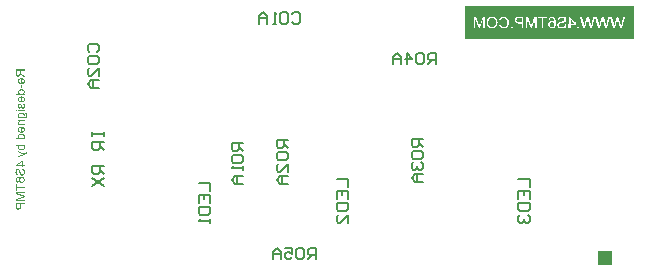
<source format=gbr>
%TF.GenerationSoftware,Altium Limited,Altium Designer,20.0.10 (225)*%
G04 Layer_Color=32896*
%FSLAX26Y26*%
%MOIN*%
%TF.FileFunction,Legend,Bot*%
%TF.Part,Single*%
G01*
G75*
%TA.AperFunction,NonConductor*%
%ADD23C,0.005906*%
%ADD24R,0.050000X0.050000*%
G36*
X2765949Y4774601D02*
X2752488D01*
Y4769438D01*
X2752534Y4768977D01*
Y4768608D01*
X2752580Y4768285D01*
X2752626Y4768055D01*
Y4767870D01*
X2752672Y4767778D01*
Y4767732D01*
X2752902Y4767041D01*
X2753179Y4766487D01*
X2753317Y4766257D01*
X2753410Y4766073D01*
X2753456Y4765980D01*
X2753502Y4765934D01*
X2753732Y4765565D01*
X2754055Y4765243D01*
X2754700Y4764551D01*
X2755023Y4764321D01*
X2755300Y4764090D01*
X2755484Y4763952D01*
X2755530Y4763906D01*
X2756129Y4763445D01*
X2756775Y4762984D01*
X2757466Y4762477D01*
X2758158Y4762016D01*
X2758757Y4761601D01*
X2759218Y4761278D01*
X2759403Y4761186D01*
X2759541Y4761094D01*
X2759633Y4761002D01*
X2759679D01*
X2765949Y4756991D01*
Y4751966D01*
X2757743Y4757221D01*
X2756867Y4757821D01*
X2756083Y4758420D01*
X2755392Y4758973D01*
X2754793Y4759480D01*
X2754331Y4759895D01*
X2753963Y4760218D01*
X2753778Y4760448D01*
X2753686Y4760541D01*
X2753410Y4760863D01*
X2753133Y4761278D01*
X2752626Y4762062D01*
X2752441Y4762385D01*
X2752303Y4762661D01*
X2752211Y4762846D01*
X2752165Y4762938D01*
X2752026Y4762154D01*
X2751888Y4761416D01*
X2751704Y4760725D01*
X2751473Y4760126D01*
X2751243Y4759526D01*
X2751012Y4759019D01*
X2750782Y4758512D01*
X2750551Y4758097D01*
X2750321Y4757728D01*
X2750136Y4757406D01*
X2749906Y4757129D01*
X2749768Y4756899D01*
X2749583Y4756760D01*
X2749491Y4756622D01*
X2749399Y4756530D01*
X2748984Y4756161D01*
X2748523Y4755838D01*
X2747601Y4755285D01*
X2746725Y4754916D01*
X2745849Y4754686D01*
X2745111Y4754501D01*
X2744789Y4754455D01*
X2744512D01*
X2744282Y4754409D01*
X2744097D01*
X2744005D01*
X2743959D01*
X2743037Y4754455D01*
X2742207Y4754594D01*
X2741423Y4754824D01*
X2740732Y4755055D01*
X2740179Y4755285D01*
X2739764Y4755516D01*
X2739487Y4755654D01*
X2739395Y4755700D01*
X2738657Y4756207D01*
X2738058Y4756760D01*
X2737551Y4757314D01*
X2737182Y4757867D01*
X2736860Y4758328D01*
X2736629Y4758697D01*
X2736537Y4758973D01*
X2736491Y4759019D01*
Y4759065D01*
X2736352Y4759480D01*
X2736214Y4759941D01*
X2736030Y4760909D01*
X2735845Y4761923D01*
X2735753Y4762892D01*
X2735707Y4763814D01*
Y4764182D01*
X2735661Y4764551D01*
Y4778612D01*
X2765949D01*
Y4774601D01*
D02*
G37*
G36*
X2756175Y4749799D02*
X2757097Y4749707D01*
X2757973Y4749569D01*
X2758757Y4749384D01*
X2759495Y4749200D01*
X2760186Y4748969D01*
X2760785Y4748693D01*
X2761339Y4748416D01*
X2761846Y4748186D01*
X2762307Y4747909D01*
X2762676Y4747679D01*
X2762952Y4747448D01*
X2763183Y4747310D01*
X2763367Y4747172D01*
X2763459Y4747079D01*
X2763505Y4747033D01*
X2764012Y4746480D01*
X2764474Y4745881D01*
X2764888Y4745281D01*
X2765211Y4744636D01*
X2765488Y4744037D01*
X2765718Y4743391D01*
X2766087Y4742193D01*
X2766225Y4741593D01*
X2766318Y4741086D01*
X2766364Y4740625D01*
X2766410Y4740210D01*
X2766456Y4739888D01*
Y4739427D01*
X2766364Y4738044D01*
X2766179Y4736845D01*
X2765856Y4735739D01*
X2765534Y4734863D01*
X2765349Y4734448D01*
X2765211Y4734125D01*
X2765027Y4733849D01*
X2764888Y4733618D01*
X2764796Y4733388D01*
X2764704Y4733249D01*
X2764612Y4733203D01*
Y4733157D01*
X2763874Y4732327D01*
X2762998Y4731590D01*
X2762122Y4731037D01*
X2761293Y4730575D01*
X2760509Y4730207D01*
X2760186Y4730068D01*
X2759910Y4729976D01*
X2759679Y4729884D01*
X2759495Y4729838D01*
X2759403Y4729792D01*
X2759356D01*
X2758849Y4733618D01*
X2759679Y4733987D01*
X2760417Y4734356D01*
X2761016Y4734725D01*
X2761477Y4735093D01*
X2761892Y4735416D01*
X2762122Y4735693D01*
X2762307Y4735877D01*
X2762353Y4735923D01*
X2762722Y4736476D01*
X2762952Y4737076D01*
X2763137Y4737675D01*
X2763275Y4738228D01*
X2763367Y4738689D01*
X2763413Y4739058D01*
Y4739427D01*
X2763321Y4740395D01*
X2763137Y4741271D01*
X2762814Y4742054D01*
X2762445Y4742746D01*
X2762122Y4743253D01*
X2761800Y4743668D01*
X2761615Y4743898D01*
X2761523Y4743991D01*
X2760739Y4744590D01*
X2759817Y4745097D01*
X2758895Y4745420D01*
X2758019Y4745696D01*
X2757190Y4745881D01*
X2756867Y4745927D01*
X2756544Y4745973D01*
X2756314D01*
X2756083Y4746019D01*
X2755991D01*
X2755945D01*
Y4729700D01*
X2755530Y4729654D01*
X2755207D01*
X2755023D01*
X2754977D01*
X2753963Y4729700D01*
X2753041Y4729792D01*
X2752165Y4729930D01*
X2751381Y4730068D01*
X2750597Y4730299D01*
X2749906Y4730529D01*
X2749307Y4730806D01*
X2748707Y4731037D01*
X2748200Y4731313D01*
X2747785Y4731590D01*
X2747416Y4731820D01*
X2747094Y4732005D01*
X2746863Y4732189D01*
X2746679Y4732327D01*
X2746587Y4732419D01*
X2746541Y4732466D01*
X2745987Y4733019D01*
X2745526Y4733572D01*
X2745111Y4734171D01*
X2744789Y4734771D01*
X2744466Y4735370D01*
X2744236Y4735969D01*
X2743867Y4737076D01*
X2743729Y4737629D01*
X2743636Y4738090D01*
X2743590Y4738551D01*
X2743544Y4738920D01*
X2743498Y4739242D01*
Y4739657D01*
X2743544Y4740487D01*
X2743636Y4741271D01*
X2743775Y4742008D01*
X2743959Y4742700D01*
X2744236Y4743391D01*
X2744466Y4743991D01*
X2744743Y4744544D01*
X2745019Y4745051D01*
X2745342Y4745512D01*
X2745619Y4745881D01*
X2745849Y4746249D01*
X2746080Y4746526D01*
X2746310Y4746757D01*
X2746448Y4746895D01*
X2746541Y4746987D01*
X2746587Y4747033D01*
X2747186Y4747540D01*
X2747831Y4747955D01*
X2748523Y4748324D01*
X2749214Y4748647D01*
X2749952Y4748923D01*
X2750644Y4749154D01*
X2752026Y4749476D01*
X2752672Y4749615D01*
X2753271Y4749707D01*
X2753824Y4749753D01*
X2754285Y4749799D01*
X2754654Y4749845D01*
X2754977D01*
X2755161D01*
X2755207D01*
X2756175Y4749799D01*
D02*
G37*
G36*
X2756867Y4715178D02*
X2753133D01*
Y4726565D01*
X2756867D01*
Y4715178D01*
D02*
G37*
G36*
X2756268Y4712366D02*
X2757374Y4712228D01*
X2758388Y4712043D01*
X2759264Y4711813D01*
X2760002Y4711582D01*
X2760325Y4711490D01*
X2760555Y4711398D01*
X2760739Y4711306D01*
X2760878Y4711260D01*
X2760970Y4711213D01*
X2761016D01*
X2761938Y4710706D01*
X2762722Y4710199D01*
X2763413Y4709600D01*
X2763966Y4709093D01*
X2764427Y4708586D01*
X2764750Y4708217D01*
X2764981Y4707940D01*
X2765027Y4707894D01*
Y4707848D01*
X2765488Y4707018D01*
X2765856Y4706142D01*
X2766087Y4705359D01*
X2766271Y4704575D01*
X2766364Y4703976D01*
X2766410Y4703469D01*
X2766456Y4703284D01*
Y4703008D01*
X2766410Y4702270D01*
X2766318Y4701579D01*
X2766179Y4700933D01*
X2765949Y4700334D01*
X2765718Y4699827D01*
X2765442Y4699320D01*
X2765119Y4698859D01*
X2764842Y4698444D01*
X2764520Y4698075D01*
X2764243Y4697752D01*
X2763966Y4697476D01*
X2763736Y4697291D01*
X2763505Y4697107D01*
X2763367Y4696969D01*
X2763275Y4696922D01*
X2763229Y4696876D01*
X2765949D01*
Y4693419D01*
X2735661D01*
Y4697153D01*
X2746541D01*
X2746080Y4697522D01*
X2745619Y4697937D01*
X2745250Y4698398D01*
X2744973Y4698766D01*
X2744697Y4699135D01*
X2744512Y4699412D01*
X2744420Y4699596D01*
X2744374Y4699689D01*
X2744097Y4700288D01*
X2743867Y4700887D01*
X2743729Y4701486D01*
X2743590Y4701993D01*
X2743544Y4702501D01*
X2743498Y4702869D01*
Y4703192D01*
X2743544Y4704160D01*
X2743729Y4705082D01*
X2743959Y4705912D01*
X2744189Y4706650D01*
X2744466Y4707249D01*
X2744697Y4707710D01*
X2744881Y4707986D01*
X2744927Y4708033D01*
Y4708079D01*
X2745526Y4708862D01*
X2746172Y4709508D01*
X2746863Y4710061D01*
X2747555Y4710522D01*
X2748154Y4710891D01*
X2748615Y4711121D01*
X2748800Y4711213D01*
X2748938Y4711306D01*
X2749030Y4711352D01*
X2749076D01*
X2750090Y4711721D01*
X2751151Y4711951D01*
X2752119Y4712136D01*
X2753041Y4712274D01*
X2753824Y4712366D01*
X2754193D01*
X2754470Y4712412D01*
X2754700D01*
X2754885D01*
X2754977D01*
X2755023D01*
X2756268Y4712366D01*
D02*
G37*
G36*
X2756175Y4688717D02*
X2757097Y4688624D01*
X2757973Y4688486D01*
X2758757Y4688302D01*
X2759495Y4688117D01*
X2760186Y4687887D01*
X2760785Y4687610D01*
X2761339Y4687334D01*
X2761846Y4687103D01*
X2762307Y4686827D01*
X2762676Y4686596D01*
X2762952Y4686366D01*
X2763183Y4686227D01*
X2763367Y4686089D01*
X2763459Y4685997D01*
X2763505Y4685951D01*
X2764012Y4685398D01*
X2764474Y4684798D01*
X2764888Y4684199D01*
X2765211Y4683553D01*
X2765488Y4682954D01*
X2765718Y4682309D01*
X2766087Y4681110D01*
X2766225Y4680511D01*
X2766318Y4680004D01*
X2766364Y4679543D01*
X2766410Y4679128D01*
X2766456Y4678805D01*
Y4678344D01*
X2766364Y4676961D01*
X2766179Y4675763D01*
X2765856Y4674656D01*
X2765534Y4673780D01*
X2765349Y4673365D01*
X2765211Y4673043D01*
X2765027Y4672766D01*
X2764888Y4672536D01*
X2764796Y4672305D01*
X2764704Y4672167D01*
X2764612Y4672121D01*
Y4672075D01*
X2763874Y4671245D01*
X2762998Y4670507D01*
X2762122Y4669954D01*
X2761293Y4669493D01*
X2760509Y4669124D01*
X2760186Y4668986D01*
X2759910Y4668894D01*
X2759679Y4668801D01*
X2759495Y4668755D01*
X2759403Y4668709D01*
X2759356D01*
X2758849Y4672536D01*
X2759679Y4672904D01*
X2760417Y4673273D01*
X2761016Y4673642D01*
X2761477Y4674011D01*
X2761892Y4674333D01*
X2762122Y4674610D01*
X2762307Y4674794D01*
X2762353Y4674841D01*
X2762722Y4675394D01*
X2762952Y4675993D01*
X2763137Y4676592D01*
X2763275Y4677146D01*
X2763367Y4677607D01*
X2763413Y4677975D01*
Y4678344D01*
X2763321Y4679312D01*
X2763137Y4680188D01*
X2762814Y4680972D01*
X2762445Y4681663D01*
X2762122Y4682171D01*
X2761800Y4682585D01*
X2761615Y4682816D01*
X2761523Y4682908D01*
X2760739Y4683507D01*
X2759817Y4684015D01*
X2758895Y4684337D01*
X2758019Y4684614D01*
X2757190Y4684798D01*
X2756867Y4684844D01*
X2756544Y4684890D01*
X2756314D01*
X2756083Y4684936D01*
X2755991D01*
X2755945D01*
Y4668617D01*
X2755530Y4668571D01*
X2755207D01*
X2755023D01*
X2754977D01*
X2753963Y4668617D01*
X2753041Y4668709D01*
X2752165Y4668848D01*
X2751381Y4668986D01*
X2750597Y4669216D01*
X2749906Y4669447D01*
X2749307Y4669724D01*
X2748707Y4669954D01*
X2748200Y4670231D01*
X2747785Y4670507D01*
X2747416Y4670738D01*
X2747094Y4670922D01*
X2746863Y4671106D01*
X2746679Y4671245D01*
X2746587Y4671337D01*
X2746541Y4671383D01*
X2745987Y4671936D01*
X2745526Y4672489D01*
X2745111Y4673089D01*
X2744789Y4673688D01*
X2744466Y4674287D01*
X2744236Y4674887D01*
X2743867Y4675993D01*
X2743729Y4676546D01*
X2743636Y4677007D01*
X2743590Y4677468D01*
X2743544Y4677837D01*
X2743498Y4678160D01*
Y4678575D01*
X2743544Y4679404D01*
X2743636Y4680188D01*
X2743775Y4680926D01*
X2743959Y4681617D01*
X2744236Y4682309D01*
X2744466Y4682908D01*
X2744743Y4683461D01*
X2745019Y4683968D01*
X2745342Y4684429D01*
X2745619Y4684798D01*
X2745849Y4685167D01*
X2746080Y4685444D01*
X2746310Y4685674D01*
X2746448Y4685812D01*
X2746541Y4685905D01*
X2746587Y4685951D01*
X2747186Y4686458D01*
X2747831Y4686873D01*
X2748523Y4687242D01*
X2749214Y4687564D01*
X2749952Y4687841D01*
X2750644Y4688071D01*
X2752026Y4688394D01*
X2752672Y4688532D01*
X2753271Y4688624D01*
X2753824Y4688671D01*
X2754285Y4688717D01*
X2754654Y4688763D01*
X2754977D01*
X2755161D01*
X2755207D01*
X2756175Y4688717D01*
D02*
G37*
G36*
X2760647Y4665252D02*
X2761707Y4664837D01*
X2762630Y4664376D01*
X2763367Y4663915D01*
X2763966Y4663454D01*
X2764381Y4663085D01*
X2764612Y4662809D01*
X2764704Y4662762D01*
Y4662716D01*
X2765027Y4662255D01*
X2765303Y4661794D01*
X2765718Y4660734D01*
X2766041Y4659674D01*
X2766225Y4658613D01*
X2766364Y4657645D01*
X2766410Y4657230D01*
Y4656862D01*
X2766456Y4656585D01*
Y4656170D01*
X2766410Y4655248D01*
X2766318Y4654372D01*
X2766179Y4653588D01*
X2765995Y4652897D01*
X2765856Y4652344D01*
X2765718Y4651929D01*
X2765626Y4651652D01*
X2765580Y4651560D01*
X2765211Y4650823D01*
X2764796Y4650177D01*
X2764381Y4649624D01*
X2763966Y4649209D01*
X2763598Y4648840D01*
X2763321Y4648564D01*
X2763137Y4648425D01*
X2763044Y4648379D01*
X2762399Y4648010D01*
X2761800Y4647734D01*
X2761200Y4647549D01*
X2760647Y4647411D01*
X2760232Y4647319D01*
X2759863Y4647273D01*
X2759633D01*
X2759541D01*
X2758849Y4647319D01*
X2758250Y4647411D01*
X2757697Y4647549D01*
X2757236Y4647734D01*
X2756867Y4647918D01*
X2756590Y4648056D01*
X2756406Y4648149D01*
X2756360Y4648195D01*
X2755899Y4648564D01*
X2755530Y4648932D01*
X2755161Y4649347D01*
X2754885Y4649762D01*
X2754700Y4650085D01*
X2754562Y4650361D01*
X2754470Y4650546D01*
X2754424Y4650638D01*
X2754285Y4650961D01*
X2754147Y4651330D01*
X2753870Y4652159D01*
X2753548Y4653081D01*
X2753271Y4654003D01*
X2753041Y4654833D01*
X2752948Y4655202D01*
X2752856Y4655525D01*
X2752764Y4655801D01*
X2752718Y4655986D01*
X2752672Y4656124D01*
Y4656170D01*
X2752534Y4656677D01*
X2752395Y4657092D01*
X2752211Y4657830D01*
X2752026Y4658429D01*
X2751888Y4658844D01*
X2751796Y4659167D01*
X2751750Y4659351D01*
X2751704Y4659443D01*
Y4659489D01*
X2751566Y4659812D01*
X2751381Y4660135D01*
X2751243Y4660365D01*
X2751058Y4660550D01*
X2750828Y4660826D01*
X2750782Y4660872D01*
X2750736Y4660918D01*
X2750275Y4661149D01*
X2749860Y4661287D01*
X2749675D01*
X2749537Y4661333D01*
X2749445D01*
X2749399D01*
X2748984Y4661287D01*
X2748615Y4661149D01*
X2748246Y4661011D01*
X2747970Y4660780D01*
X2747739Y4660596D01*
X2747555Y4660457D01*
X2747463Y4660319D01*
X2747416Y4660273D01*
X2747140Y4659812D01*
X2746909Y4659213D01*
X2746771Y4658613D01*
X2746633Y4658014D01*
X2746587Y4657461D01*
X2746541Y4657000D01*
Y4656585D01*
X2746587Y4655801D01*
X2746679Y4655156D01*
X2746863Y4654557D01*
X2747002Y4654096D01*
X2747186Y4653727D01*
X2747370Y4653450D01*
X2747463Y4653266D01*
X2747509Y4653220D01*
X2747878Y4652805D01*
X2748338Y4652482D01*
X2748753Y4652206D01*
X2749168Y4652021D01*
X2749537Y4651883D01*
X2749860Y4651791D01*
X2750044Y4651744D01*
X2750136D01*
X2749629Y4648103D01*
X2748892Y4648287D01*
X2748246Y4648471D01*
X2747647Y4648702D01*
X2747186Y4648886D01*
X2746817Y4649117D01*
X2746541Y4649301D01*
X2746356Y4649393D01*
X2746310Y4649440D01*
X2745849Y4649808D01*
X2745434Y4650269D01*
X2745111Y4650776D01*
X2744789Y4651237D01*
X2744604Y4651652D01*
X2744420Y4652021D01*
X2744328Y4652252D01*
X2744282Y4652298D01*
Y4652344D01*
X2744005Y4653081D01*
X2743821Y4653865D01*
X2743682Y4654603D01*
X2743590Y4655340D01*
X2743544Y4655940D01*
X2743498Y4656447D01*
Y4657507D01*
X2743590Y4658106D01*
X2743636Y4658613D01*
X2743729Y4659120D01*
X2743821Y4659535D01*
X2743867Y4659812D01*
X2743959Y4659996D01*
Y4660089D01*
X2744143Y4660596D01*
X2744328Y4661057D01*
X2744512Y4661472D01*
X2744697Y4661794D01*
X2744835Y4662071D01*
X2744973Y4662255D01*
X2745019Y4662394D01*
X2745065Y4662440D01*
X2745388Y4662855D01*
X2745757Y4663223D01*
X2746080Y4663546D01*
X2746402Y4663777D01*
X2746679Y4664007D01*
X2746909Y4664145D01*
X2747094Y4664238D01*
X2747140Y4664284D01*
X2747601Y4664514D01*
X2748108Y4664653D01*
X2748569Y4664791D01*
X2748984Y4664837D01*
X2749307Y4664883D01*
X2749629Y4664929D01*
X2749814D01*
X2749860D01*
X2750459Y4664883D01*
X2751012Y4664791D01*
X2751519Y4664699D01*
X2751934Y4664514D01*
X2752303Y4664376D01*
X2752580Y4664284D01*
X2752764Y4664191D01*
X2752810Y4664145D01*
X2753271Y4663823D01*
X2753686Y4663408D01*
X2754055Y4663039D01*
X2754331Y4662624D01*
X2754562Y4662301D01*
X2754746Y4662025D01*
X2754839Y4661794D01*
X2754885Y4661748D01*
X2755023Y4661426D01*
X2755161Y4661057D01*
X2755484Y4660181D01*
X2755761Y4659213D01*
X2756037Y4658291D01*
X2756314Y4657415D01*
X2756406Y4657046D01*
X2756498Y4656677D01*
X2756590Y4656401D01*
X2756637Y4656216D01*
X2756683Y4656078D01*
Y4656032D01*
X2756821Y4655479D01*
X2756959Y4654971D01*
X2757051Y4654557D01*
X2757190Y4654142D01*
X2757420Y4653496D01*
X2757559Y4652989D01*
X2757743Y4652620D01*
X2757835Y4652390D01*
X2757881Y4652252D01*
X2757927Y4652206D01*
X2758204Y4651837D01*
X2758527Y4651560D01*
X2758895Y4651376D01*
X2759172Y4651237D01*
X2759495Y4651145D01*
X2759679Y4651099D01*
X2759863D01*
X2759910D01*
X2760417Y4651145D01*
X2760878Y4651283D01*
X2761339Y4651514D01*
X2761707Y4651698D01*
X2761984Y4651929D01*
X2762215Y4652159D01*
X2762353Y4652298D01*
X2762399Y4652344D01*
X2762722Y4652851D01*
X2762998Y4653450D01*
X2763183Y4654096D01*
X2763275Y4654741D01*
X2763367Y4655294D01*
X2763413Y4655755D01*
Y4656170D01*
X2763367Y4657046D01*
X2763229Y4657876D01*
X2763044Y4658521D01*
X2762814Y4659120D01*
X2762630Y4659535D01*
X2762445Y4659858D01*
X2762307Y4660089D01*
X2762261Y4660135D01*
X2761754Y4660596D01*
X2761200Y4661011D01*
X2760647Y4661287D01*
X2760094Y4661518D01*
X2759587Y4661656D01*
X2759172Y4661794D01*
X2758895Y4661840D01*
X2758849D01*
X2758803D01*
X2759403Y4665528D01*
X2760647Y4665252D01*
D02*
G37*
G36*
X2765949Y4639113D02*
X2744005D01*
Y4642847D01*
X2765949D01*
Y4639113D01*
D02*
G37*
G36*
X2739902D02*
X2735661D01*
Y4642847D01*
X2739902D01*
Y4639113D01*
D02*
G37*
G36*
X2755715Y4634872D02*
X2756544Y4634826D01*
X2758019Y4634549D01*
X2758711Y4634319D01*
X2759356Y4634134D01*
X2759956Y4633904D01*
X2760509Y4633673D01*
X2761016Y4633443D01*
X2761431Y4633212D01*
X2761800Y4632982D01*
X2762122Y4632797D01*
X2762399Y4632659D01*
X2762583Y4632521D01*
X2762676Y4632475D01*
X2762722Y4632429D01*
X2763275Y4631922D01*
X2763782Y4631414D01*
X2764197Y4630861D01*
X2764566Y4630262D01*
X2764888Y4629709D01*
X2765165Y4629109D01*
X2765396Y4628556D01*
X2765534Y4628003D01*
X2765672Y4627450D01*
X2765764Y4626989D01*
X2765856Y4626528D01*
X2765903Y4626159D01*
X2765949Y4625836D01*
Y4625421D01*
X2765903Y4624776D01*
X2765810Y4624131D01*
X2765672Y4623531D01*
X2765488Y4622978D01*
X2765027Y4621918D01*
X2764520Y4621042D01*
X2764012Y4620350D01*
X2763736Y4620074D01*
X2763552Y4619797D01*
X2763367Y4619613D01*
X2763229Y4619475D01*
X2763137Y4619428D01*
X2763090Y4619382D01*
X2763736D01*
X2764335D01*
X2764842D01*
X2765349D01*
X2765764Y4619428D01*
X2766179D01*
X2766825Y4619521D01*
X2767286Y4619567D01*
X2767608Y4619613D01*
X2767793Y4619659D01*
X2767839D01*
X2768484Y4619889D01*
X2769084Y4620166D01*
X2769544Y4620443D01*
X2769959Y4620765D01*
X2770282Y4621088D01*
X2770513Y4621319D01*
X2770651Y4621503D01*
X2770697Y4621549D01*
X2771066Y4622102D01*
X2771296Y4622748D01*
X2771481Y4623393D01*
X2771619Y4624038D01*
X2771711Y4624638D01*
X2771757Y4625099D01*
Y4625514D01*
X2771711Y4626343D01*
X2771573Y4627127D01*
X2771435Y4627773D01*
X2771204Y4628280D01*
X2771020Y4628741D01*
X2770881Y4629017D01*
X2770743Y4629248D01*
X2770697Y4629294D01*
X2770374Y4629663D01*
X2770006Y4629939D01*
X2769591Y4630170D01*
X2769176Y4630354D01*
X2768807Y4630446D01*
X2768530Y4630538D01*
X2768346Y4630585D01*
X2768254D01*
X2767747Y4634180D01*
X2768392D01*
X2768991Y4634088D01*
X2770052Y4633858D01*
X2770974Y4633489D01*
X2771711Y4633074D01*
X2772311Y4632613D01*
X2772725Y4632244D01*
X2772956Y4631968D01*
X2773048Y4631922D01*
Y4631875D01*
X2773647Y4630907D01*
X2774108Y4629847D01*
X2774385Y4628787D01*
X2774615Y4627773D01*
X2774754Y4626897D01*
X2774800Y4626482D01*
Y4626159D01*
X2774846Y4625882D01*
Y4625514D01*
X2774800Y4624315D01*
X2774662Y4623255D01*
X2774431Y4622287D01*
X2774201Y4621457D01*
X2774016Y4620811D01*
X2773786Y4620350D01*
X2773693Y4620166D01*
X2773647Y4620028D01*
X2773601Y4619982D01*
Y4619935D01*
X2773094Y4619152D01*
X2772541Y4618460D01*
X2771988Y4617907D01*
X2771435Y4617446D01*
X2770927Y4617123D01*
X2770559Y4616847D01*
X2770282Y4616708D01*
X2770236Y4616662D01*
X2770190D01*
X2769775Y4616478D01*
X2769268Y4616294D01*
X2768162Y4616063D01*
X2766963Y4615879D01*
X2765810Y4615740D01*
X2765257Y4615694D01*
X2764704Y4615648D01*
X2764243D01*
X2763828Y4615602D01*
X2763459D01*
X2763229D01*
X2763044D01*
X2762998D01*
X2744005D01*
Y4619014D01*
X2746679D01*
X2746126Y4619475D01*
X2745619Y4619982D01*
X2745204Y4620535D01*
X2744835Y4621042D01*
X2744512Y4621595D01*
X2744282Y4622148D01*
X2744051Y4622655D01*
X2743913Y4623163D01*
X2743682Y4624038D01*
X2743590Y4624453D01*
X2743544Y4624776D01*
X2743498Y4625053D01*
Y4625421D01*
X2743544Y4626482D01*
X2743729Y4627450D01*
X2743959Y4628280D01*
X2744236Y4629063D01*
X2744512Y4629663D01*
X2744743Y4630124D01*
X2744835Y4630262D01*
X2744927Y4630400D01*
X2744973Y4630446D01*
Y4630492D01*
X2745573Y4631276D01*
X2746218Y4631922D01*
X2746909Y4632475D01*
X2747555Y4632982D01*
X2748154Y4633351D01*
X2748615Y4633581D01*
X2748800Y4633673D01*
X2748938Y4633766D01*
X2749030Y4633812D01*
X2749076D01*
X2750090Y4634180D01*
X2751104Y4634457D01*
X2752073Y4634641D01*
X2752995Y4634780D01*
X2753732Y4634872D01*
X2754055D01*
X2754331Y4634918D01*
X2754562D01*
X2754746D01*
X2754839D01*
X2754885D01*
X2755715Y4634872D01*
D02*
G37*
G36*
X2765949Y4606244D02*
X2753963D01*
X2753225D01*
X2752534Y4606152D01*
X2751888Y4606105D01*
X2751289Y4605967D01*
X2750782Y4605829D01*
X2750321Y4605691D01*
X2749906Y4605552D01*
X2749537Y4605368D01*
X2749214Y4605230D01*
X2748938Y4605091D01*
X2748569Y4604815D01*
X2748338Y4604630D01*
X2748246Y4604538D01*
X2747739Y4603893D01*
X2747370Y4603155D01*
X2747094Y4602510D01*
X2746909Y4601864D01*
X2746817Y4601265D01*
X2746725Y4600850D01*
Y4600435D01*
X2746771Y4599882D01*
X2746817Y4599421D01*
X2746956Y4598960D01*
X2747048Y4598591D01*
X2747186Y4598269D01*
X2747324Y4598038D01*
X2747370Y4597900D01*
X2747416Y4597854D01*
X2747693Y4597485D01*
X2748016Y4597162D01*
X2748292Y4596886D01*
X2748615Y4596655D01*
X2748846Y4596517D01*
X2749076Y4596425D01*
X2749214Y4596332D01*
X2749260D01*
X2749722Y4596194D01*
X2750229Y4596056D01*
X2750828Y4595963D01*
X2751335Y4595917D01*
X2751842Y4595871D01*
X2752257D01*
X2752534D01*
X2752580D01*
X2752626D01*
X2765949D01*
Y4592137D01*
X2752488D01*
X2751566D01*
X2750828Y4592183D01*
X2750182Y4592229D01*
X2749675D01*
X2749307Y4592275D01*
X2749030Y4592322D01*
X2748892Y4592368D01*
X2748846D01*
X2748292Y4592506D01*
X2747739Y4592690D01*
X2747278Y4592875D01*
X2746909Y4593059D01*
X2746587Y4593244D01*
X2746310Y4593382D01*
X2746172Y4593474D01*
X2746126Y4593520D01*
X2745711Y4593843D01*
X2745342Y4594258D01*
X2745019Y4594673D01*
X2744743Y4595088D01*
X2744512Y4595456D01*
X2744374Y4595733D01*
X2744282Y4595917D01*
X2744236Y4596010D01*
X2744005Y4596655D01*
X2743821Y4597254D01*
X2743682Y4597900D01*
X2743590Y4598453D01*
X2743544Y4598914D01*
X2743498Y4599329D01*
Y4599651D01*
X2743544Y4600481D01*
X2743636Y4601265D01*
X2743821Y4602003D01*
X2744051Y4602648D01*
X2744328Y4603293D01*
X2744651Y4603847D01*
X2744973Y4604354D01*
X2745296Y4604861D01*
X2745665Y4605276D01*
X2745987Y4605598D01*
X2746310Y4605921D01*
X2746587Y4606152D01*
X2746817Y4606382D01*
X2747002Y4606520D01*
X2747094Y4606566D01*
X2747140Y4606613D01*
X2744005D01*
Y4609978D01*
X2765949D01*
Y4606244D01*
D02*
G37*
G36*
X2756175Y4587619D02*
X2757097Y4587527D01*
X2757973Y4587389D01*
X2758757Y4587204D01*
X2759495Y4587020D01*
X2760186Y4586790D01*
X2760785Y4586513D01*
X2761339Y4586236D01*
X2761846Y4586006D01*
X2762307Y4585729D01*
X2762676Y4585499D01*
X2762952Y4585268D01*
X2763183Y4585130D01*
X2763367Y4584992D01*
X2763459Y4584900D01*
X2763505Y4584853D01*
X2764012Y4584300D01*
X2764474Y4583701D01*
X2764888Y4583102D01*
X2765211Y4582456D01*
X2765488Y4581857D01*
X2765718Y4581212D01*
X2766087Y4580013D01*
X2766225Y4579414D01*
X2766318Y4578907D01*
X2766364Y4578445D01*
X2766410Y4578031D01*
X2766456Y4577708D01*
Y4577247D01*
X2766364Y4575864D01*
X2766179Y4574665D01*
X2765856Y4573559D01*
X2765534Y4572683D01*
X2765349Y4572268D01*
X2765211Y4571945D01*
X2765027Y4571669D01*
X2764888Y4571438D01*
X2764796Y4571208D01*
X2764704Y4571069D01*
X2764612Y4571023D01*
Y4570977D01*
X2763874Y4570148D01*
X2762998Y4569410D01*
X2762122Y4568857D01*
X2761293Y4568396D01*
X2760509Y4568027D01*
X2760186Y4567889D01*
X2759910Y4567796D01*
X2759679Y4567704D01*
X2759495Y4567658D01*
X2759403Y4567612D01*
X2759356D01*
X2758849Y4571438D01*
X2759679Y4571807D01*
X2760417Y4572176D01*
X2761016Y4572545D01*
X2761477Y4572913D01*
X2761892Y4573236D01*
X2762122Y4573513D01*
X2762307Y4573697D01*
X2762353Y4573743D01*
X2762722Y4574297D01*
X2762952Y4574896D01*
X2763137Y4575495D01*
X2763275Y4576048D01*
X2763367Y4576509D01*
X2763413Y4576878D01*
Y4577247D01*
X2763321Y4578215D01*
X2763137Y4579091D01*
X2762814Y4579875D01*
X2762445Y4580566D01*
X2762122Y4581073D01*
X2761800Y4581488D01*
X2761615Y4581719D01*
X2761523Y4581811D01*
X2760739Y4582410D01*
X2759817Y4582917D01*
X2758895Y4583240D01*
X2758019Y4583516D01*
X2757190Y4583701D01*
X2756867Y4583747D01*
X2756544Y4583793D01*
X2756314D01*
X2756083Y4583839D01*
X2755991D01*
X2755945D01*
Y4567520D01*
X2755530Y4567474D01*
X2755207D01*
X2755023D01*
X2754977D01*
X2753963Y4567520D01*
X2753041Y4567612D01*
X2752165Y4567750D01*
X2751381Y4567889D01*
X2750597Y4568119D01*
X2749906Y4568350D01*
X2749307Y4568626D01*
X2748707Y4568857D01*
X2748200Y4569133D01*
X2747785Y4569410D01*
X2747416Y4569640D01*
X2747094Y4569825D01*
X2746863Y4570009D01*
X2746679Y4570148D01*
X2746587Y4570240D01*
X2746541Y4570286D01*
X2745987Y4570839D01*
X2745526Y4571392D01*
X2745111Y4571992D01*
X2744789Y4572591D01*
X2744466Y4573190D01*
X2744236Y4573789D01*
X2743867Y4574896D01*
X2743729Y4575449D01*
X2743636Y4575910D01*
X2743590Y4576371D01*
X2743544Y4576740D01*
X2743498Y4577062D01*
Y4577477D01*
X2743544Y4578307D01*
X2743636Y4579091D01*
X2743775Y4579828D01*
X2743959Y4580520D01*
X2744236Y4581212D01*
X2744466Y4581811D01*
X2744743Y4582364D01*
X2745019Y4582871D01*
X2745342Y4583332D01*
X2745619Y4583701D01*
X2745849Y4584070D01*
X2746080Y4584346D01*
X2746310Y4584577D01*
X2746448Y4584715D01*
X2746541Y4584807D01*
X2746587Y4584853D01*
X2747186Y4585360D01*
X2747831Y4585775D01*
X2748523Y4586144D01*
X2749214Y4586467D01*
X2749952Y4586743D01*
X2750644Y4586974D01*
X2752026Y4587297D01*
X2752672Y4587435D01*
X2753271Y4587527D01*
X2753824Y4587573D01*
X2754285Y4587619D01*
X2754654Y4587666D01*
X2754977D01*
X2755161D01*
X2755207D01*
X2756175Y4587619D01*
D02*
G37*
G36*
X2756268Y4564247D02*
X2757374Y4564108D01*
X2758388Y4563924D01*
X2759264Y4563694D01*
X2760002Y4563463D01*
X2760325Y4563371D01*
X2760555Y4563279D01*
X2760739Y4563186D01*
X2760878Y4563140D01*
X2760970Y4563094D01*
X2761016D01*
X2761938Y4562587D01*
X2762722Y4562080D01*
X2763413Y4561481D01*
X2763966Y4560974D01*
X2764427Y4560467D01*
X2764750Y4560098D01*
X2764981Y4559821D01*
X2765027Y4559775D01*
Y4559729D01*
X2765488Y4558899D01*
X2765856Y4558023D01*
X2766087Y4557239D01*
X2766271Y4556456D01*
X2766364Y4555856D01*
X2766410Y4555349D01*
X2766456Y4555165D01*
Y4554888D01*
X2766410Y4554151D01*
X2766318Y4553459D01*
X2766179Y4552814D01*
X2765949Y4552215D01*
X2765718Y4551708D01*
X2765442Y4551200D01*
X2765119Y4550739D01*
X2764842Y4550324D01*
X2764520Y4549956D01*
X2764243Y4549633D01*
X2763966Y4549356D01*
X2763736Y4549172D01*
X2763505Y4548988D01*
X2763367Y4548849D01*
X2763275Y4548803D01*
X2763229Y4548757D01*
X2765949D01*
Y4545300D01*
X2735661D01*
Y4549034D01*
X2746541D01*
X2746080Y4549403D01*
X2745619Y4549817D01*
X2745250Y4550278D01*
X2744973Y4550647D01*
X2744697Y4551016D01*
X2744512Y4551293D01*
X2744420Y4551477D01*
X2744374Y4551569D01*
X2744097Y4552168D01*
X2743867Y4552768D01*
X2743729Y4553367D01*
X2743590Y4553874D01*
X2743544Y4554381D01*
X2743498Y4554750D01*
Y4555073D01*
X2743544Y4556041D01*
X2743729Y4556963D01*
X2743959Y4557793D01*
X2744189Y4558530D01*
X2744466Y4559130D01*
X2744697Y4559591D01*
X2744881Y4559867D01*
X2744927Y4559913D01*
Y4559959D01*
X2745526Y4560743D01*
X2746172Y4561389D01*
X2746863Y4561942D01*
X2747555Y4562403D01*
X2748154Y4562771D01*
X2748615Y4563002D01*
X2748800Y4563094D01*
X2748938Y4563186D01*
X2749030Y4563233D01*
X2749076D01*
X2750090Y4563601D01*
X2751151Y4563832D01*
X2752119Y4564016D01*
X2753041Y4564154D01*
X2753824Y4564247D01*
X2754193D01*
X2754470Y4564293D01*
X2754700D01*
X2754885D01*
X2754977D01*
X2755023D01*
X2756268Y4564247D01*
D02*
G37*
G36*
X2765949Y4524278D02*
X2763229D01*
X2763782Y4523863D01*
X2764289Y4523402D01*
X2764704Y4522895D01*
X2765073Y4522434D01*
X2765396Y4521927D01*
X2765672Y4521420D01*
X2765903Y4520913D01*
X2766041Y4520452D01*
X2766271Y4519576D01*
X2766364Y4519207D01*
X2766410Y4518884D01*
X2766456Y4518608D01*
Y4518239D01*
X2766410Y4517501D01*
X2766318Y4516810D01*
X2766179Y4516164D01*
X2765995Y4515519D01*
X2765488Y4514413D01*
X2764934Y4513444D01*
X2764658Y4512984D01*
X2764381Y4512615D01*
X2764105Y4512292D01*
X2763874Y4512061D01*
X2763690Y4511831D01*
X2763552Y4511693D01*
X2763459Y4511600D01*
X2763413Y4511554D01*
X2762814Y4511047D01*
X2762169Y4510632D01*
X2761477Y4510264D01*
X2760739Y4509941D01*
X2760002Y4509664D01*
X2759264Y4509434D01*
X2757881Y4509111D01*
X2757236Y4508973D01*
X2756590Y4508881D01*
X2756083Y4508834D01*
X2755576Y4508788D01*
X2755207Y4508742D01*
X2754885D01*
X2754700D01*
X2754654D01*
X2753778Y4508788D01*
X2752948Y4508834D01*
X2752211Y4508973D01*
X2751566Y4509065D01*
X2751012Y4509203D01*
X2750597Y4509342D01*
X2750321Y4509388D01*
X2750229Y4509434D01*
X2749445Y4509710D01*
X2748753Y4509987D01*
X2748154Y4510310D01*
X2747647Y4510586D01*
X2747232Y4510863D01*
X2746909Y4511093D01*
X2746679Y4511232D01*
X2746633Y4511278D01*
X2746126Y4511739D01*
X2745665Y4512246D01*
X2745250Y4512707D01*
X2744927Y4513168D01*
X2744651Y4513583D01*
X2744466Y4513905D01*
X2744374Y4514136D01*
X2744328Y4514228D01*
X2744051Y4514920D01*
X2743867Y4515565D01*
X2743682Y4516211D01*
X2743590Y4516810D01*
X2743544Y4517317D01*
X2743498Y4517686D01*
Y4518055D01*
X2743544Y4518700D01*
X2743636Y4519345D01*
X2743775Y4519945D01*
X2743959Y4520498D01*
X2744420Y4521558D01*
X2744973Y4522388D01*
X2745526Y4523079D01*
X2745757Y4523356D01*
X2745987Y4523587D01*
X2746172Y4523771D01*
X2746310Y4523909D01*
X2746402Y4523955D01*
X2746448Y4524001D01*
X2735661D01*
Y4527735D01*
X2765949D01*
Y4524278D01*
D02*
G37*
G36*
X2765995Y4497909D02*
X2766410Y4498047D01*
X2766686Y4498185D01*
X2766871Y4498231D01*
X2766917Y4498278D01*
X2767654Y4498554D01*
X2768300Y4498785D01*
X2768761Y4498969D01*
X2769130Y4499107D01*
X2769406Y4499246D01*
X2769544Y4499338D01*
X2769637Y4499384D01*
X2769683D01*
X2770190Y4499799D01*
X2770559Y4500214D01*
X2770697Y4500352D01*
X2770789Y4500490D01*
X2770881Y4500583D01*
Y4500629D01*
X2771020Y4500905D01*
X2771112Y4501228D01*
X2771250Y4501873D01*
Y4502196D01*
X2771296Y4502381D01*
Y4502611D01*
X2771250Y4503349D01*
X2771112Y4503994D01*
X2771020Y4504317D01*
X2770974Y4504547D01*
X2770927Y4504685D01*
Y4504732D01*
X2774385Y4504317D01*
X2774662Y4503395D01*
X2774754Y4502980D01*
X2774800Y4502611D01*
Y4502334D01*
X2774846Y4502104D01*
Y4501919D01*
X2774800Y4501274D01*
X2774708Y4500721D01*
X2774569Y4500168D01*
X2774385Y4499753D01*
X2774247Y4499384D01*
X2774108Y4499107D01*
X2774016Y4498923D01*
X2773970Y4498877D01*
X2773601Y4498416D01*
X2773186Y4497955D01*
X2772725Y4497586D01*
X2772311Y4497217D01*
X2771896Y4496941D01*
X2771573Y4496756D01*
X2771389Y4496618D01*
X2771296Y4496572D01*
X2771020Y4496434D01*
X2770697Y4496249D01*
X2769913Y4495926D01*
X2769130Y4495604D01*
X2768300Y4495235D01*
X2767516Y4494958D01*
X2767193Y4494820D01*
X2766917Y4494728D01*
X2766640Y4494636D01*
X2766456Y4494543D01*
X2766364Y4494497D01*
X2766318D01*
X2744005Y4486199D01*
Y4489887D01*
X2756821Y4494590D01*
X2757743Y4494912D01*
X2758619Y4495189D01*
X2759449Y4495466D01*
X2760186Y4495696D01*
X2760785Y4495880D01*
X2761293Y4495973D01*
X2761477Y4496065D01*
X2761615D01*
X2761661Y4496111D01*
X2761707D01*
X2760739Y4496387D01*
X2759817Y4496664D01*
X2758941Y4496941D01*
X2758204Y4497171D01*
X2757559Y4497402D01*
X2757051Y4497586D01*
X2756867Y4497632D01*
X2756729Y4497678D01*
X2756683Y4497724D01*
X2756637D01*
X2744005Y4502288D01*
Y4506253D01*
X2765995Y4497909D01*
D02*
G37*
G36*
X2758711Y4460383D02*
X2765949D01*
Y4456649D01*
X2758711D01*
Y4452546D01*
X2755300D01*
Y4456649D01*
X2735707D01*
Y4459692D01*
X2755300Y4473522D01*
X2758711D01*
Y4460383D01*
D02*
G37*
G36*
X2757328Y4448490D02*
X2758342Y4448305D01*
X2759310Y4448029D01*
X2760094Y4447752D01*
X2760785Y4447475D01*
X2761062Y4447337D01*
X2761293Y4447199D01*
X2761477Y4447107D01*
X2761615Y4447014D01*
X2761661Y4446968D01*
X2761707D01*
X2762537Y4446323D01*
X2763275Y4445585D01*
X2763874Y4444894D01*
X2764381Y4444156D01*
X2764796Y4443557D01*
X2765073Y4443050D01*
X2765165Y4442865D01*
X2765257Y4442727D01*
X2765303Y4442635D01*
Y4442589D01*
X2765672Y4441482D01*
X2765949Y4440330D01*
X2766179Y4439177D01*
X2766318Y4438117D01*
X2766364Y4437610D01*
X2766410Y4437149D01*
Y4436734D01*
X2766456Y4436411D01*
Y4435720D01*
X2766410Y4434521D01*
X2766271Y4433461D01*
X2766087Y4432447D01*
X2765856Y4431617D01*
X2765672Y4430879D01*
X2765580Y4430603D01*
X2765488Y4430372D01*
X2765396Y4430188D01*
X2765349Y4430050D01*
X2765303Y4429957D01*
Y4429911D01*
X2764796Y4428989D01*
X2764289Y4428159D01*
X2763736Y4427468D01*
X2763183Y4426915D01*
X2762722Y4426454D01*
X2762353Y4426177D01*
X2762076Y4425947D01*
X2761984Y4425901D01*
X2761200Y4425440D01*
X2760371Y4425117D01*
X2759587Y4424840D01*
X2758895Y4424702D01*
X2758296Y4424610D01*
X2757835Y4424518D01*
X2757651D01*
X2757512D01*
X2757466D01*
X2757420D01*
X2756544Y4424564D01*
X2755715Y4424702D01*
X2754977Y4424932D01*
X2754378Y4425163D01*
X2753824Y4425394D01*
X2753456Y4425624D01*
X2753225Y4425762D01*
X2753133Y4425808D01*
X2752488Y4426315D01*
X2751888Y4426915D01*
X2751335Y4427560D01*
X2750874Y4428206D01*
X2750551Y4428805D01*
X2750275Y4429266D01*
X2750182Y4429450D01*
X2750090Y4429542D01*
X2750044Y4429635D01*
Y4429681D01*
X2749906Y4430050D01*
X2749722Y4430511D01*
X2749537Y4430972D01*
X2749399Y4431525D01*
X2749076Y4432631D01*
X2748753Y4433738D01*
X2748523Y4434752D01*
X2748385Y4435213D01*
X2748292Y4435628D01*
X2748200Y4435950D01*
X2748154Y4436181D01*
X2748108Y4436365D01*
Y4436411D01*
X2747878Y4437287D01*
X2747693Y4438071D01*
X2747509Y4438762D01*
X2747278Y4439408D01*
X2747094Y4439961D01*
X2746956Y4440422D01*
X2746771Y4440837D01*
X2746587Y4441206D01*
X2746448Y4441529D01*
X2746356Y4441805D01*
X2746218Y4441989D01*
X2746126Y4442128D01*
X2745987Y4442358D01*
X2745941Y4442404D01*
X2745526Y4442773D01*
X2745111Y4443050D01*
X2744651Y4443280D01*
X2744236Y4443419D01*
X2743867Y4443511D01*
X2743544Y4443557D01*
X2743360D01*
X2743267D01*
X2742576Y4443465D01*
X2741977Y4443280D01*
X2741423Y4443050D01*
X2740963Y4442727D01*
X2740548Y4442450D01*
X2740271Y4442174D01*
X2740087Y4441989D01*
X2740041Y4441943D01*
X2739810Y4441621D01*
X2739579Y4441252D01*
X2739257Y4440422D01*
X2739026Y4439546D01*
X2738888Y4438670D01*
X2738750Y4437887D01*
Y4437518D01*
X2738704Y4437241D01*
Y4436642D01*
X2738750Y4435397D01*
X2738934Y4434337D01*
X2739165Y4433415D01*
X2739441Y4432677D01*
X2739718Y4432124D01*
X2739948Y4431709D01*
X2740133Y4431479D01*
X2740179Y4431386D01*
X2740778Y4430787D01*
X2741470Y4430280D01*
X2742161Y4429911D01*
X2742853Y4429635D01*
X2743498Y4429450D01*
X2744005Y4429358D01*
X2744189Y4429312D01*
X2744328Y4429266D01*
X2744420D01*
X2744466D01*
X2744189Y4425440D01*
X2743221Y4425532D01*
X2742345Y4425716D01*
X2741516Y4425993D01*
X2740824Y4426269D01*
X2740271Y4426500D01*
X2739810Y4426730D01*
X2739533Y4426915D01*
X2739441Y4426961D01*
X2738704Y4427514D01*
X2738058Y4428159D01*
X2737505Y4428805D01*
X2737044Y4429450D01*
X2736721Y4430050D01*
X2736445Y4430511D01*
X2736352Y4430695D01*
X2736306Y4430833D01*
X2736260Y4430879D01*
Y4430926D01*
X2735892Y4431894D01*
X2735615Y4432908D01*
X2735430Y4433922D01*
X2735292Y4434844D01*
X2735200Y4435628D01*
Y4435950D01*
X2735154Y4436273D01*
Y4436826D01*
X2735200Y4437933D01*
X2735338Y4438993D01*
X2735477Y4439915D01*
X2735661Y4440745D01*
X2735892Y4441390D01*
X2735984Y4441667D01*
X2736030Y4441897D01*
X2736122Y4442128D01*
X2736168Y4442266D01*
X2736214Y4442312D01*
Y4442358D01*
X2736629Y4443234D01*
X2737136Y4444018D01*
X2737643Y4444663D01*
X2738104Y4445170D01*
X2738565Y4445585D01*
X2738934Y4445908D01*
X2739165Y4446092D01*
X2739211Y4446139D01*
X2739257D01*
X2739994Y4446553D01*
X2740778Y4446876D01*
X2741470Y4447107D01*
X2742161Y4447245D01*
X2742714Y4447337D01*
X2743129Y4447429D01*
X2743314D01*
X2743452D01*
X2743498D01*
X2743544D01*
X2744282Y4447383D01*
X2745019Y4447245D01*
X2745665Y4447107D01*
X2746218Y4446876D01*
X2746679Y4446692D01*
X2747002Y4446553D01*
X2747232Y4446415D01*
X2747324Y4446369D01*
X2747924Y4445908D01*
X2748477Y4445401D01*
X2748938Y4444894D01*
X2749353Y4444341D01*
X2749675Y4443880D01*
X2749906Y4443511D01*
X2750090Y4443234D01*
X2750136Y4443188D01*
Y4443142D01*
X2750321Y4442819D01*
X2750459Y4442404D01*
X2750782Y4441529D01*
X2751104Y4440560D01*
X2751427Y4439592D01*
X2751658Y4438716D01*
X2751750Y4438348D01*
X2751842Y4438025D01*
X2751934Y4437748D01*
X2751980Y4437518D01*
X2752026Y4437380D01*
Y4437333D01*
X2752211Y4436596D01*
X2752395Y4435904D01*
X2752534Y4435259D01*
X2752672Y4434706D01*
X2752810Y4434245D01*
X2752948Y4433784D01*
X2753041Y4433415D01*
X2753133Y4433046D01*
X2753225Y4432770D01*
X2753317Y4432539D01*
X2753410Y4432170D01*
X2753456Y4431986D01*
X2753502Y4431940D01*
X2753778Y4431294D01*
X2754101Y4430695D01*
X2754378Y4430234D01*
X2754654Y4429865D01*
X2754931Y4429589D01*
X2755115Y4429358D01*
X2755253Y4429266D01*
X2755300Y4429220D01*
X2755715Y4428943D01*
X2756129Y4428759D01*
X2756544Y4428574D01*
X2756959Y4428482D01*
X2757282Y4428436D01*
X2757559Y4428390D01*
X2757743D01*
X2757789D01*
X2758296Y4428436D01*
X2758757Y4428528D01*
X2759218Y4428667D01*
X2759587Y4428805D01*
X2759910Y4428989D01*
X2760140Y4429128D01*
X2760325Y4429220D01*
X2760371Y4429266D01*
X2760785Y4429635D01*
X2761154Y4430050D01*
X2761477Y4430465D01*
X2761754Y4430926D01*
X2761984Y4431294D01*
X2762122Y4431617D01*
X2762215Y4431801D01*
X2762261Y4431894D01*
X2762491Y4432585D01*
X2762630Y4433277D01*
X2762768Y4433922D01*
X2762814Y4434567D01*
X2762860Y4435074D01*
X2762906Y4435535D01*
Y4435904D01*
X2762860Y4436826D01*
X2762768Y4437702D01*
X2762630Y4438532D01*
X2762445Y4439177D01*
X2762307Y4439777D01*
X2762169Y4440192D01*
X2762076Y4440468D01*
X2762030Y4440514D01*
Y4440560D01*
X2761661Y4441252D01*
X2761293Y4441897D01*
X2760878Y4442404D01*
X2760509Y4442819D01*
X2760186Y4443188D01*
X2759910Y4443419D01*
X2759725Y4443557D01*
X2759679Y4443603D01*
X2759080Y4443926D01*
X2758481Y4444202D01*
X2757835Y4444387D01*
X2757236Y4444571D01*
X2756683Y4444663D01*
X2756268Y4444756D01*
X2755991Y4444802D01*
X2755945D01*
X2755899D01*
X2756222Y4448582D01*
X2757328Y4448490D01*
D02*
G37*
G36*
X2753225Y4420691D02*
X2754516Y4420599D01*
X2755761Y4420461D01*
X2756867Y4420276D01*
X2757881Y4420046D01*
X2758803Y4419815D01*
X2759633Y4419539D01*
X2760371Y4419262D01*
X2761016Y4419032D01*
X2761569Y4418755D01*
X2762030Y4418525D01*
X2762399Y4418294D01*
X2762676Y4418110D01*
X2762860Y4417971D01*
X2762998Y4417879D01*
X2763044Y4417833D01*
X2763644Y4417280D01*
X2764151Y4416681D01*
X2764612Y4416035D01*
X2765027Y4415390D01*
X2765349Y4414744D01*
X2765626Y4414145D01*
X2765856Y4413500D01*
X2766041Y4412900D01*
X2766179Y4412347D01*
X2766271Y4411840D01*
X2766364Y4411379D01*
X2766410Y4411010D01*
Y4410688D01*
X2766456Y4410411D01*
Y4410227D01*
X2766410Y4409258D01*
X2766271Y4408337D01*
X2766041Y4407507D01*
X2765810Y4406769D01*
X2765580Y4406216D01*
X2765349Y4405755D01*
X2765211Y4405478D01*
X2765165Y4405386D01*
X2764612Y4404602D01*
X2764012Y4403957D01*
X2763413Y4403358D01*
X2762814Y4402851D01*
X2762261Y4402482D01*
X2761846Y4402205D01*
X2761661Y4402113D01*
X2761523Y4402021D01*
X2761477Y4401975D01*
X2761431D01*
X2760509Y4401560D01*
X2759587Y4401237D01*
X2758665Y4401053D01*
X2757881Y4400868D01*
X2757144Y4400776D01*
X2756867D01*
X2756590Y4400730D01*
X2756406D01*
X2756268D01*
X2756175D01*
X2756129D01*
X2755346Y4400776D01*
X2754562Y4400822D01*
X2753870Y4400961D01*
X2753179Y4401145D01*
X2752580Y4401329D01*
X2751980Y4401560D01*
X2751473Y4401790D01*
X2750966Y4402021D01*
X2750551Y4402297D01*
X2750182Y4402528D01*
X2749860Y4402758D01*
X2749583Y4402943D01*
X2749353Y4403127D01*
X2749214Y4403266D01*
X2749122Y4403312D01*
X2749076Y4403358D01*
X2748569Y4403865D01*
X2748154Y4404372D01*
X2747785Y4404925D01*
X2747463Y4405478D01*
X2747186Y4405985D01*
X2747002Y4406539D01*
X2746633Y4407507D01*
X2746448Y4408383D01*
X2746402Y4408751D01*
X2746356Y4409074D01*
X2746310Y4409351D01*
Y4409720D01*
X2746356Y4410503D01*
X2746448Y4411241D01*
X2746633Y4411932D01*
X2746817Y4412532D01*
X2747002Y4413039D01*
X2747186Y4413454D01*
X2747278Y4413684D01*
X2747324Y4413776D01*
X2747739Y4414468D01*
X2748200Y4415113D01*
X2748707Y4415666D01*
X2749214Y4416127D01*
X2749675Y4416542D01*
X2750044Y4416819D01*
X2750275Y4417003D01*
X2750321Y4417049D01*
X2749537D01*
X2748753Y4417003D01*
X2748016Y4416957D01*
X2747324Y4416911D01*
X2746725Y4416819D01*
X2746126Y4416727D01*
X2745619Y4416635D01*
X2745158Y4416542D01*
X2744743Y4416450D01*
X2744374Y4416358D01*
X2744051Y4416266D01*
X2743821Y4416173D01*
X2743636Y4416127D01*
X2743452Y4416081D01*
X2743406Y4416035D01*
X2743360D01*
X2742484Y4415620D01*
X2741700Y4415159D01*
X2741055Y4414698D01*
X2740548Y4414237D01*
X2740133Y4413868D01*
X2739810Y4413546D01*
X2739626Y4413361D01*
X2739579Y4413269D01*
X2739257Y4412716D01*
X2738980Y4412209D01*
X2738796Y4411656D01*
X2738704Y4411149D01*
X2738611Y4410734D01*
X2738565Y4410411D01*
Y4410088D01*
X2738611Y4409305D01*
X2738796Y4408567D01*
X2739072Y4407922D01*
X2739349Y4407368D01*
X2739672Y4406953D01*
X2739902Y4406631D01*
X2740087Y4406400D01*
X2740179Y4406354D01*
X2740594Y4406032D01*
X2741055Y4405755D01*
X2742115Y4405294D01*
X2742576Y4405156D01*
X2742945Y4405017D01*
X2743221Y4404925D01*
X2743267D01*
X2743314D01*
X2743037Y4401237D01*
X2741792Y4401468D01*
X2740686Y4401882D01*
X2739764Y4402297D01*
X2738980Y4402805D01*
X2738381Y4403266D01*
X2737920Y4403634D01*
X2737643Y4403911D01*
X2737551Y4403957D01*
Y4404003D01*
X2737182Y4404464D01*
X2736860Y4404925D01*
X2736399Y4405893D01*
X2736030Y4406861D01*
X2735753Y4407783D01*
X2735615Y4408613D01*
X2735569Y4408982D01*
Y4409258D01*
X2735523Y4409535D01*
Y4409858D01*
X2735569Y4410734D01*
X2735661Y4411564D01*
X2735845Y4412347D01*
X2736076Y4413085D01*
X2736352Y4413776D01*
X2736629Y4414376D01*
X2736952Y4414975D01*
X2737274Y4415482D01*
X2737597Y4415943D01*
X2737920Y4416358D01*
X2738197Y4416681D01*
X2738473Y4417003D01*
X2738704Y4417234D01*
X2738888Y4417372D01*
X2738980Y4417464D01*
X2739026Y4417510D01*
X2739810Y4418064D01*
X2740732Y4418571D01*
X2741654Y4418986D01*
X2742714Y4419354D01*
X2743729Y4419677D01*
X2744789Y4419954D01*
X2745849Y4420184D01*
X2746909Y4420323D01*
X2747878Y4420461D01*
X2748800Y4420553D01*
X2749629Y4420645D01*
X2750367Y4420691D01*
X2750966Y4420737D01*
X2751427D01*
X2751566D01*
X2751704D01*
X2751750D01*
X2751796D01*
X2753225Y4420691D01*
D02*
G37*
G36*
X2739211Y4387822D02*
X2765949D01*
Y4383811D01*
X2739211D01*
Y4373854D01*
X2735661D01*
Y4397780D01*
X2739211D01*
Y4387822D01*
D02*
G37*
G36*
X2765949Y4365971D02*
X2740179D01*
X2765949Y4357258D01*
Y4353662D01*
X2740594Y4344811D01*
X2765949D01*
Y4340938D01*
X2735661D01*
Y4346378D01*
X2756729Y4353616D01*
X2757881Y4353985D01*
X2758849Y4354353D01*
X2759679Y4354630D01*
X2760371Y4354814D01*
X2760878Y4354999D01*
X2761247Y4355137D01*
X2761477Y4355183D01*
X2761569Y4355229D01*
X2760970Y4355414D01*
X2760232Y4355644D01*
X2759495Y4355875D01*
X2758757Y4356105D01*
X2758112Y4356336D01*
X2757605Y4356520D01*
X2757374Y4356566D01*
X2757236Y4356612D01*
X2757144Y4356658D01*
X2757097D01*
X2735661Y4363850D01*
Y4369843D01*
X2765949D01*
Y4365971D01*
D02*
G37*
G36*
Y4330474D02*
X2753594D01*
Y4322729D01*
X2753548Y4321576D01*
X2753502Y4320516D01*
X2753363Y4319548D01*
X2753179Y4318626D01*
X2752995Y4317842D01*
X2752764Y4317105D01*
X2752534Y4316459D01*
X2752257Y4315906D01*
X2752026Y4315399D01*
X2751796Y4314984D01*
X2751566Y4314661D01*
X2751381Y4314339D01*
X2751197Y4314154D01*
X2751058Y4314016D01*
X2751012Y4313924D01*
X2750966Y4313878D01*
X2750459Y4313417D01*
X2749906Y4313048D01*
X2749353Y4312725D01*
X2748800Y4312449D01*
X2747739Y4311988D01*
X2746679Y4311711D01*
X2746218Y4311573D01*
X2745803Y4311526D01*
X2745388Y4311480D01*
X2745065Y4311434D01*
X2744789Y4311388D01*
X2744604D01*
X2744466D01*
X2744420D01*
X2743590Y4311434D01*
X2742807Y4311526D01*
X2742115Y4311665D01*
X2741516Y4311849D01*
X2741009Y4312034D01*
X2740640Y4312172D01*
X2740409Y4312264D01*
X2740317Y4312310D01*
X2739626Y4312679D01*
X2739072Y4313094D01*
X2738565Y4313509D01*
X2738150Y4313878D01*
X2737828Y4314200D01*
X2737597Y4314477D01*
X2737459Y4314707D01*
X2737413Y4314753D01*
X2737044Y4315353D01*
X2736721Y4315998D01*
X2736491Y4316597D01*
X2736306Y4317197D01*
X2736168Y4317704D01*
X2736076Y4318119D01*
X2735984Y4318395D01*
Y4318488D01*
X2735892Y4319133D01*
X2735799Y4319871D01*
X2735753Y4320654D01*
X2735707Y4321392D01*
X2735661Y4322083D01*
Y4334484D01*
X2765949D01*
Y4330474D01*
D02*
G37*
G36*
X4796787Y4880482D02*
X4233213D01*
Y4989518D01*
X4796787D01*
Y4880482D01*
D02*
G37*
%LPC*%
G36*
X2749030Y4774601D02*
X2739026D01*
Y4765058D01*
X2739072Y4763860D01*
X2739257Y4762846D01*
X2739441Y4762016D01*
X2739718Y4761324D01*
X2739948Y4760817D01*
X2740179Y4760402D01*
X2740363Y4760218D01*
X2740409Y4760126D01*
X2740963Y4759618D01*
X2741562Y4759204D01*
X2742161Y4758927D01*
X2742714Y4758743D01*
X2743221Y4758650D01*
X2743590Y4758558D01*
X2743867D01*
X2743913D01*
X2743959D01*
X2744512Y4758604D01*
X2745019Y4758697D01*
X2745480Y4758835D01*
X2745849Y4758973D01*
X2746218Y4759111D01*
X2746448Y4759250D01*
X2746633Y4759342D01*
X2746679Y4759388D01*
X2747094Y4759711D01*
X2747463Y4760079D01*
X2747785Y4760494D01*
X2748062Y4760863D01*
X2748246Y4761186D01*
X2748385Y4761462D01*
X2748431Y4761647D01*
X2748477Y4761739D01*
X2748661Y4762338D01*
X2748800Y4763030D01*
X2748892Y4763767D01*
X2748938Y4764459D01*
X2748984Y4765058D01*
X2749030Y4765565D01*
Y4774601D01*
D02*
G37*
G36*
X2752902Y4745835D02*
X2751888Y4745696D01*
X2750966Y4745466D01*
X2750182Y4745143D01*
X2749537Y4744820D01*
X2748984Y4744498D01*
X2748615Y4744221D01*
X2748385Y4744037D01*
X2748292Y4743944D01*
X2747693Y4743253D01*
X2747278Y4742515D01*
X2746956Y4741824D01*
X2746771Y4741132D01*
X2746633Y4740533D01*
X2746587Y4740026D01*
X2746541Y4739842D01*
Y4739611D01*
X2746587Y4739104D01*
X2746633Y4738597D01*
X2746863Y4737721D01*
X2747232Y4736937D01*
X2747647Y4736246D01*
X2748062Y4735739D01*
X2748385Y4735324D01*
X2748661Y4735093D01*
X2748707Y4735001D01*
X2748753D01*
X2749307Y4734586D01*
X2749998Y4734310D01*
X2750690Y4734033D01*
X2751335Y4733849D01*
X2751934Y4733710D01*
X2752441Y4733618D01*
X2752626D01*
X2752764Y4733572D01*
X2752856D01*
X2752902D01*
Y4745835D01*
D02*
G37*
G36*
X2755438Y4708586D02*
X2755207D01*
X2755069D01*
X2755023D01*
X2754239D01*
X2753502Y4708494D01*
X2752810Y4708448D01*
X2752165Y4708309D01*
X2751612Y4708217D01*
X2751058Y4708079D01*
X2750597Y4707894D01*
X2750182Y4707756D01*
X2749814Y4707618D01*
X2749491Y4707433D01*
X2749214Y4707295D01*
X2748984Y4707203D01*
X2748846Y4707065D01*
X2748707Y4707018D01*
X2748615Y4706926D01*
X2748246Y4706604D01*
X2747924Y4706281D01*
X2747463Y4705589D01*
X2747094Y4704898D01*
X2746817Y4704252D01*
X2746679Y4703699D01*
X2746633Y4703238D01*
X2746587Y4703054D01*
Y4702362D01*
X2746679Y4701901D01*
X2746909Y4701072D01*
X2747278Y4700334D01*
X2747647Y4699735D01*
X2748016Y4699227D01*
X2748385Y4698859D01*
X2748615Y4698628D01*
X2748661Y4698536D01*
X2748707D01*
X2749122Y4698213D01*
X2749583Y4697937D01*
X2750644Y4697522D01*
X2751750Y4697199D01*
X2752810Y4697015D01*
X2753824Y4696876D01*
X2754239Y4696830D01*
X2754608D01*
X2754931Y4696784D01*
X2755161D01*
X2755300D01*
X2755346D01*
X2756083D01*
X2756775Y4696876D01*
X2757420Y4696922D01*
X2758019Y4697061D01*
X2758573Y4697199D01*
X2759080Y4697337D01*
X2759541Y4697476D01*
X2759910Y4697614D01*
X2760278Y4697798D01*
X2760601Y4697937D01*
X2760832Y4698075D01*
X2761062Y4698213D01*
X2761200Y4698352D01*
X2761339Y4698398D01*
X2761385Y4698490D01*
X2761431D01*
X2761800Y4698813D01*
X2762076Y4699135D01*
X2762583Y4699873D01*
X2762906Y4700564D01*
X2763183Y4701210D01*
X2763321Y4701763D01*
X2763367Y4702224D01*
X2763413Y4702408D01*
Y4702639D01*
X2763367Y4703100D01*
X2763321Y4703515D01*
X2763090Y4704345D01*
X2762768Y4705036D01*
X2762353Y4705635D01*
X2761984Y4706142D01*
X2761661Y4706511D01*
X2761431Y4706742D01*
X2761339Y4706834D01*
X2760924Y4707157D01*
X2760463Y4707433D01*
X2759495Y4707848D01*
X2758434Y4708171D01*
X2757420Y4708355D01*
X2756452Y4708494D01*
X2756083Y4708540D01*
X2755715D01*
X2755438Y4708586D01*
D02*
G37*
G36*
X2752902Y4684752D02*
X2751888Y4684614D01*
X2750966Y4684383D01*
X2750182Y4684061D01*
X2749537Y4683738D01*
X2748984Y4683415D01*
X2748615Y4683139D01*
X2748385Y4682954D01*
X2748292Y4682862D01*
X2747693Y4682171D01*
X2747278Y4681433D01*
X2746956Y4680741D01*
X2746771Y4680050D01*
X2746633Y4679451D01*
X2746587Y4678944D01*
X2746541Y4678759D01*
Y4678529D01*
X2746587Y4678021D01*
X2746633Y4677514D01*
X2746863Y4676639D01*
X2747232Y4675855D01*
X2747647Y4675163D01*
X2748062Y4674656D01*
X2748385Y4674241D01*
X2748661Y4674011D01*
X2748707Y4673919D01*
X2748753D01*
X2749307Y4673504D01*
X2749998Y4673227D01*
X2750690Y4672950D01*
X2751335Y4672766D01*
X2751934Y4672628D01*
X2752441Y4672536D01*
X2752626D01*
X2752764Y4672489D01*
X2752856D01*
X2752902D01*
Y4684752D01*
D02*
G37*
G36*
X2755023Y4631092D02*
X2754793D01*
X2754654D01*
X2754608D01*
X2753225Y4630999D01*
X2751980Y4630815D01*
X2751473Y4630677D01*
X2750966Y4630538D01*
X2750505Y4630400D01*
X2750136Y4630216D01*
X2749768Y4630078D01*
X2749445Y4629939D01*
X2749214Y4629801D01*
X2748984Y4629663D01*
X2748846Y4629524D01*
X2748707Y4629478D01*
X2748615Y4629386D01*
X2748246Y4629063D01*
X2747924Y4628694D01*
X2747463Y4628003D01*
X2747094Y4627265D01*
X2746817Y4626620D01*
X2746679Y4626021D01*
X2746633Y4625560D01*
X2746587Y4625375D01*
Y4624684D01*
X2746679Y4624223D01*
X2746909Y4623393D01*
X2747232Y4622655D01*
X2747601Y4622056D01*
X2748016Y4621549D01*
X2748338Y4621180D01*
X2748569Y4620950D01*
X2748615Y4620858D01*
X2748661D01*
X2749076Y4620535D01*
X2749491Y4620258D01*
X2750459Y4619797D01*
X2751473Y4619475D01*
X2752441Y4619290D01*
X2753363Y4619152D01*
X2753732Y4619106D01*
X2754101D01*
X2754378Y4619060D01*
X2754562D01*
X2754700D01*
X2754746D01*
X2755484D01*
X2756222Y4619152D01*
X2756867Y4619198D01*
X2757466Y4619336D01*
X2758019Y4619475D01*
X2758527Y4619613D01*
X2758988Y4619751D01*
X2759403Y4619935D01*
X2759771Y4620120D01*
X2760094Y4620258D01*
X2760325Y4620396D01*
X2760555Y4620535D01*
X2760693Y4620627D01*
X2760832Y4620719D01*
X2760878Y4620811D01*
X2760924D01*
X2761569Y4621503D01*
X2762030Y4622194D01*
X2762399Y4622932D01*
X2762630Y4623577D01*
X2762768Y4624177D01*
X2762814Y4624684D01*
X2762860Y4624868D01*
Y4625099D01*
X2762814Y4625560D01*
X2762768Y4626021D01*
X2762537Y4626850D01*
X2762215Y4627588D01*
X2761846Y4628187D01*
X2761523Y4628694D01*
X2761200Y4629063D01*
X2760970Y4629294D01*
X2760878Y4629386D01*
X2760463Y4629663D01*
X2760048Y4629939D01*
X2759080Y4630354D01*
X2758019Y4630677D01*
X2757005Y4630861D01*
X2756083Y4630999D01*
X2755668Y4631046D01*
X2755300D01*
X2755023Y4631092D01*
D02*
G37*
G36*
X2752902Y4583655D02*
X2751888Y4583516D01*
X2750966Y4583286D01*
X2750182Y4582963D01*
X2749537Y4582641D01*
X2748984Y4582318D01*
X2748615Y4582041D01*
X2748385Y4581857D01*
X2748292Y4581765D01*
X2747693Y4581073D01*
X2747278Y4580336D01*
X2746956Y4579644D01*
X2746771Y4578953D01*
X2746633Y4578353D01*
X2746587Y4577846D01*
X2746541Y4577662D01*
Y4577431D01*
X2746587Y4576924D01*
X2746633Y4576417D01*
X2746863Y4575541D01*
X2747232Y4574757D01*
X2747647Y4574066D01*
X2748062Y4573559D01*
X2748385Y4573144D01*
X2748661Y4572913D01*
X2748707Y4572821D01*
X2748753D01*
X2749307Y4572406D01*
X2749998Y4572130D01*
X2750690Y4571853D01*
X2751335Y4571669D01*
X2751934Y4571530D01*
X2752441Y4571438D01*
X2752626D01*
X2752764Y4571392D01*
X2752856D01*
X2752902D01*
Y4583655D01*
D02*
G37*
G36*
X2755438Y4560467D02*
X2755207D01*
X2755069D01*
X2755023D01*
X2754239D01*
X2753502Y4560374D01*
X2752810Y4560328D01*
X2752165Y4560190D01*
X2751612Y4560098D01*
X2751058Y4559959D01*
X2750597Y4559775D01*
X2750182Y4559637D01*
X2749814Y4559498D01*
X2749491Y4559314D01*
X2749214Y4559176D01*
X2748984Y4559083D01*
X2748846Y4558945D01*
X2748707Y4558899D01*
X2748615Y4558807D01*
X2748246Y4558484D01*
X2747924Y4558162D01*
X2747463Y4557470D01*
X2747094Y4556779D01*
X2746817Y4556133D01*
X2746679Y4555580D01*
X2746633Y4555119D01*
X2746587Y4554935D01*
Y4554243D01*
X2746679Y4553782D01*
X2746909Y4552952D01*
X2747278Y4552215D01*
X2747647Y4551615D01*
X2748016Y4551108D01*
X2748385Y4550739D01*
X2748615Y4550509D01*
X2748661Y4550417D01*
X2748707D01*
X2749122Y4550094D01*
X2749583Y4549817D01*
X2750644Y4549403D01*
X2751750Y4549080D01*
X2752810Y4548895D01*
X2753824Y4548757D01*
X2754239Y4548711D01*
X2754608D01*
X2754931Y4548665D01*
X2755161D01*
X2755300D01*
X2755346D01*
X2756083D01*
X2756775Y4548757D01*
X2757420Y4548803D01*
X2758019Y4548941D01*
X2758573Y4549080D01*
X2759080Y4549218D01*
X2759541Y4549356D01*
X2759910Y4549495D01*
X2760278Y4549679D01*
X2760601Y4549817D01*
X2760832Y4549956D01*
X2761062Y4550094D01*
X2761200Y4550232D01*
X2761339Y4550278D01*
X2761385Y4550371D01*
X2761431D01*
X2761800Y4550693D01*
X2762076Y4551016D01*
X2762583Y4551754D01*
X2762906Y4552445D01*
X2763183Y4553091D01*
X2763321Y4553644D01*
X2763367Y4554105D01*
X2763413Y4554289D01*
Y4554520D01*
X2763367Y4554981D01*
X2763321Y4555395D01*
X2763090Y4556225D01*
X2762768Y4556917D01*
X2762353Y4557516D01*
X2761984Y4558023D01*
X2761661Y4558392D01*
X2761431Y4558623D01*
X2761339Y4558715D01*
X2760924Y4559037D01*
X2760463Y4559314D01*
X2759495Y4559729D01*
X2758434Y4560052D01*
X2757420Y4560236D01*
X2756452Y4560374D01*
X2756083Y4560420D01*
X2755715D01*
X2755438Y4560467D01*
D02*
G37*
G36*
X2755484Y4524370D02*
X2755207D01*
X2755023D01*
X2754885D01*
X2754839D01*
X2753410Y4524278D01*
X2752165Y4524094D01*
X2751658Y4523955D01*
X2751151Y4523817D01*
X2750690Y4523679D01*
X2750275Y4523494D01*
X2749906Y4523310D01*
X2749583Y4523172D01*
X2749307Y4523033D01*
X2749122Y4522895D01*
X2748938Y4522757D01*
X2748800Y4522711D01*
X2748753Y4522618D01*
X2748707D01*
X2748338Y4522296D01*
X2747970Y4521927D01*
X2747463Y4521235D01*
X2747048Y4520498D01*
X2746817Y4519852D01*
X2746633Y4519299D01*
X2746587Y4518838D01*
X2746541Y4518654D01*
Y4517962D01*
X2746633Y4517547D01*
X2746863Y4516764D01*
X2747186Y4516026D01*
X2747555Y4515427D01*
X2747970Y4514920D01*
X2748292Y4514597D01*
X2748523Y4514367D01*
X2748569Y4514274D01*
X2748615D01*
X2749030Y4513952D01*
X2749491Y4513721D01*
X2750505Y4513306D01*
X2751519Y4512984D01*
X2752580Y4512799D01*
X2753502Y4512661D01*
X2753917Y4512615D01*
X2754285D01*
X2754562Y4512569D01*
X2754793D01*
X2754931D01*
X2754977D01*
X2755761D01*
X2756452Y4512661D01*
X2757097Y4512753D01*
X2757743Y4512845D01*
X2758296Y4512984D01*
X2758803Y4513122D01*
X2759264Y4513306D01*
X2759725Y4513444D01*
X2760094Y4513629D01*
X2760417Y4513813D01*
X2760693Y4513952D01*
X2760878Y4514090D01*
X2761062Y4514182D01*
X2761200Y4514274D01*
X2761247Y4514367D01*
X2761293D01*
X2761661Y4514689D01*
X2761984Y4515058D01*
X2762537Y4515749D01*
X2762906Y4516441D01*
X2763137Y4517132D01*
X2763321Y4517686D01*
X2763367Y4518147D01*
X2763413Y4518331D01*
Y4518562D01*
X2763367Y4519115D01*
X2763275Y4519622D01*
X2763137Y4520129D01*
X2762952Y4520544D01*
X2762491Y4521374D01*
X2761984Y4522065D01*
X2761477Y4522618D01*
X2761016Y4522987D01*
X2760832Y4523126D01*
X2760693Y4523218D01*
X2760601Y4523310D01*
X2760555D01*
X2760186Y4523494D01*
X2759817Y4523679D01*
X2758941Y4523909D01*
X2757973Y4524094D01*
X2757051Y4524232D01*
X2756175Y4524324D01*
X2755807D01*
X2755484Y4524370D01*
D02*
G37*
G36*
X2755300Y4469880D02*
X2741746Y4460383D01*
X2755300D01*
Y4469880D01*
D02*
G37*
G36*
X2756498Y4416450D02*
X2756268D01*
X2756175D01*
X2755115Y4416358D01*
X2754193Y4416173D01*
X2753363Y4415897D01*
X2752672Y4415574D01*
X2752165Y4415252D01*
X2751750Y4414975D01*
X2751519Y4414791D01*
X2751427Y4414698D01*
X2750828Y4414007D01*
X2750367Y4413315D01*
X2750044Y4412578D01*
X2749814Y4411932D01*
X2749675Y4411333D01*
X2749629Y4410872D01*
X2749583Y4410688D01*
Y4410457D01*
X2749675Y4409535D01*
X2749860Y4408705D01*
X2750182Y4407968D01*
X2750505Y4407368D01*
X2750828Y4406861D01*
X2751151Y4406493D01*
X2751335Y4406308D01*
X2751427Y4406216D01*
X2752165Y4405663D01*
X2752948Y4405248D01*
X2753778Y4404971D01*
X2754562Y4404741D01*
X2755253Y4404649D01*
X2755576Y4404602D01*
X2755853D01*
X2756037Y4404556D01*
X2756222D01*
X2756314D01*
X2756360D01*
X2757512Y4404649D01*
X2758527Y4404833D01*
X2759449Y4405109D01*
X2760186Y4405386D01*
X2760739Y4405709D01*
X2761154Y4405985D01*
X2761431Y4406170D01*
X2761523Y4406262D01*
X2762169Y4406907D01*
X2762630Y4407599D01*
X2762952Y4408290D01*
X2763183Y4408890D01*
X2763321Y4409489D01*
X2763367Y4409904D01*
X2763413Y4410088D01*
Y4410319D01*
X2763367Y4410918D01*
X2763275Y4411471D01*
X2763137Y4412025D01*
X2762952Y4412485D01*
X2762814Y4412854D01*
X2762676Y4413131D01*
X2762583Y4413361D01*
X2762537Y4413408D01*
X2762169Y4413915D01*
X2761707Y4414376D01*
X2761293Y4414744D01*
X2760832Y4415067D01*
X2760463Y4415344D01*
X2760140Y4415528D01*
X2759956Y4415620D01*
X2759863Y4415666D01*
X2759172Y4415943D01*
X2758527Y4416127D01*
X2757927Y4416266D01*
X2757328Y4416358D01*
X2756867Y4416404D01*
X2756498Y4416450D01*
D02*
G37*
G36*
X2750044Y4330474D02*
X2739211D01*
Y4321853D01*
X2739257Y4321023D01*
X2739303Y4320378D01*
X2739349Y4319871D01*
X2739395Y4319502D01*
X2739441Y4319225D01*
X2739487Y4319087D01*
Y4319041D01*
X2739718Y4318488D01*
X2739948Y4317980D01*
X2740271Y4317566D01*
X2740548Y4317197D01*
X2740824Y4316874D01*
X2741055Y4316690D01*
X2741239Y4316551D01*
X2741285Y4316505D01*
X2741792Y4316183D01*
X2742345Y4315952D01*
X2742899Y4315768D01*
X2743406Y4315676D01*
X2743867Y4315583D01*
X2744236Y4315537D01*
X2744466D01*
X2744558D01*
X2745480Y4315629D01*
X2746310Y4315814D01*
X2747002Y4316044D01*
X2747555Y4316367D01*
X2748016Y4316690D01*
X2748338Y4316920D01*
X2748569Y4317105D01*
X2748615Y4317197D01*
X2748846Y4317520D01*
X2749076Y4317888D01*
X2749445Y4318718D01*
X2749675Y4319640D01*
X2749860Y4320562D01*
X2749952Y4321392D01*
X2749998Y4321715D01*
Y4322037D01*
X2750044Y4322314D01*
Y4330474D01*
D02*
G37*
G36*
X4472693Y4953922D02*
X4465205D01*
D01*
X4463466D01*
X4465205D01*
X4456219Y4927137D01*
Y4927080D01*
X4456162Y4926965D01*
X4456104Y4926792D01*
X4456046Y4926504D01*
X4455816Y4925870D01*
X4455528Y4925064D01*
X4455240Y4924142D01*
X4454952Y4923221D01*
X4454664Y4922299D01*
X4454434Y4921550D01*
X4454376Y4921666D01*
X4454318Y4921953D01*
X4454146Y4922414D01*
X4453915Y4923048D01*
X4453685Y4923912D01*
X4453339Y4924949D01*
X4452878Y4926158D01*
X4452418Y4927598D01*
X4443374Y4953922D01*
X4436578D01*
Y4916078D01*
X4449400D01*
X4441416D01*
Y4947758D01*
X4452475Y4916078D01*
X4456968D01*
X4467854Y4948277D01*
Y4916078D01*
X4462283D01*
X4472693D01*
Y4953922D01*
D02*
G37*
G36*
X4536283Y4954094D02*
X4522286D01*
X4521941Y4954037D01*
X4521595D01*
X4521134Y4953979D01*
X4520098Y4953806D01*
X4518946Y4953461D01*
X4517736Y4953000D01*
X4516526Y4952424D01*
X4515950Y4952021D01*
X4515374Y4951560D01*
X4515317D01*
X4515259Y4951445D01*
X4514914Y4951099D01*
X4514453Y4950523D01*
X4513877Y4949774D01*
X4513243Y4948795D01*
X4512725Y4947643D01*
X4512206Y4946261D01*
X4511918Y4944706D01*
X4516526Y4944360D01*
Y4944418D01*
Y4944475D01*
X4516642Y4944821D01*
X4516814Y4945282D01*
X4516987Y4945858D01*
X4517563Y4947182D01*
X4517909Y4947758D01*
X4518312Y4948277D01*
X4518370Y4948392D01*
X4518658Y4948622D01*
X4519061Y4948910D01*
X4519579Y4949314D01*
X4520270Y4949659D01*
X4521077Y4950005D01*
X4521998Y4950235D01*
X4522978Y4950293D01*
X4523381D01*
X4523784Y4950235D01*
X4524302Y4950120D01*
X4524936Y4950005D01*
X4525627Y4949774D01*
X4526261Y4949429D01*
X4526952Y4949026D01*
X4527067Y4948968D01*
X4527298Y4948738D01*
X4527701Y4948334D01*
X4528162Y4947816D01*
X4528738Y4947182D01*
X4529314Y4946376D01*
X4529890Y4945397D01*
X4530408Y4944302D01*
Y4944245D01*
X4530466Y4944187D01*
X4530523Y4943957D01*
X4530581Y4943726D01*
X4530696Y4943438D01*
X4530811Y4943035D01*
X4530926Y4942574D01*
X4531042Y4942056D01*
X4531157Y4941480D01*
X4531272Y4940846D01*
X4531387Y4940098D01*
X4531502Y4939349D01*
X4531560Y4938485D01*
X4531618Y4937563D01*
X4531675Y4936584D01*
Y4935605D01*
X4531618Y4935662D01*
X4531387Y4935950D01*
X4531042Y4936411D01*
X4530523Y4936987D01*
X4529947Y4937621D01*
X4529256Y4938254D01*
X4528450Y4938830D01*
X4527586Y4939349D01*
X4527470Y4939406D01*
X4527182Y4939522D01*
X4526664Y4939752D01*
X4526030Y4939982D01*
X4525282Y4940213D01*
X4524418Y4940443D01*
X4523496Y4940558D01*
X4522517Y4940616D01*
X4522056D01*
X4521710Y4940558D01*
X4521307Y4940501D01*
X4520846Y4940443D01*
X4519752Y4940213D01*
X4518542Y4939752D01*
X4517851Y4939522D01*
X4517218Y4939176D01*
X4516526Y4938773D01*
X4515835Y4938312D01*
X4515202Y4937794D01*
X4514568Y4937160D01*
X4514510Y4937102D01*
X4514453Y4936987D01*
X4514280Y4936814D01*
X4514050Y4936526D01*
X4513819Y4936181D01*
X4513531Y4935778D01*
X4513243Y4935317D01*
X4512898Y4934798D01*
X4512610Y4934165D01*
X4512322Y4933531D01*
X4512034Y4932782D01*
X4511803Y4932034D01*
X4511573Y4931170D01*
X4511400Y4930306D01*
X4511342Y4929326D01*
X4511285Y4928347D01*
Y4927771D01*
X4511342Y4927426D01*
Y4927080D01*
X4511458Y4926158D01*
X4511688Y4925179D01*
X4511918Y4924027D01*
X4512322Y4922875D01*
X4512840Y4921723D01*
Y4921666D01*
X4512898Y4921608D01*
X4513013Y4921435D01*
X4513128Y4921205D01*
X4513474Y4920686D01*
X4513934Y4919995D01*
X4514568Y4919246D01*
X4515317Y4918498D01*
X4516123Y4917749D01*
X4517102Y4917058D01*
X4517218Y4917000D01*
X4517563Y4916827D01*
X4518139Y4916539D01*
X4518830Y4916251D01*
X4519752Y4915963D01*
X4520789Y4915675D01*
X4521941Y4915502D01*
X4523150Y4915445D01*
X4523381D01*
X4523726Y4915502D01*
X4524130D01*
X4524590Y4915560D01*
X4525166Y4915675D01*
X4525800Y4915790D01*
X4526491Y4915963D01*
X4527240Y4916194D01*
X4528046Y4916482D01*
X4528795Y4916827D01*
X4529602Y4917230D01*
X4530408Y4917749D01*
X4531214Y4918325D01*
X4531963Y4918958D01*
X4532654Y4919707D01*
X4532712Y4919765D01*
X4532827Y4919938D01*
X4533000Y4920168D01*
X4533230Y4920514D01*
X4533518Y4920974D01*
X4533806Y4921550D01*
X4534152Y4922242D01*
X4534440Y4923048D01*
X4534786Y4923970D01*
X4535131Y4925006D01*
X4535419Y4926158D01*
X4535707Y4927426D01*
X4535938Y4928808D01*
X4536110Y4930363D01*
X4536226Y4931976D01*
X4536283Y4933762D01*
Y4934798D01*
X4536226Y4935547D01*
X4536168Y4936469D01*
X4536053Y4937506D01*
X4535938Y4938658D01*
X4535765Y4939867D01*
X4535592Y4941192D01*
X4535304Y4942517D01*
X4534958Y4943842D01*
X4534555Y4945109D01*
X4534094Y4946434D01*
X4533576Y4947586D01*
X4532942Y4948738D01*
X4532251Y4949717D01*
X4532194Y4949774D01*
X4532078Y4949890D01*
X4531906Y4950120D01*
X4531618Y4950408D01*
X4531214Y4950754D01*
X4530811Y4951099D01*
X4530293Y4951502D01*
X4529717Y4951906D01*
X4529083Y4952309D01*
X4528334Y4952712D01*
X4527586Y4953058D01*
X4526722Y4953403D01*
X4525800Y4953691D01*
X4524821Y4953922D01*
X4523784Y4954037D01*
X4522690Y4954094D01*
X4536283D01*
D02*
G37*
G36*
X4602235Y4953864D02*
D01*
Y4929384D01*
X4584955Y4953864D01*
X4602235D01*
X4576027D01*
X4581154D01*
Y4929384D01*
X4576027D01*
Y4916078D01*
Y4925122D01*
X4581154D01*
Y4916078D01*
X4585819D01*
Y4925122D01*
X4602235D01*
Y4953864D01*
D02*
G37*
G36*
X4299547Y4953922D02*
X4292059D01*
X4283074Y4927137D01*
Y4927080D01*
X4283016Y4926965D01*
X4282958Y4926792D01*
X4282901Y4926504D01*
X4282670Y4925870D01*
X4282382Y4925064D01*
X4282094Y4924142D01*
X4281806Y4923221D01*
X4281518Y4922299D01*
X4281288Y4921550D01*
X4281230Y4921666D01*
X4281173Y4921953D01*
X4281000Y4922414D01*
X4280770Y4923048D01*
X4280539Y4923912D01*
X4280194Y4924949D01*
X4279733Y4926158D01*
X4279272Y4927598D01*
X4270229Y4953922D01*
X4263432D01*
Y4916078D01*
X4299547D01*
Y4953922D01*
D02*
G37*
G36*
X4362216Y4954555D02*
X4361640D01*
X4361237Y4954498D01*
X4360776Y4954440D01*
X4360200Y4954382D01*
X4359566Y4954325D01*
X4358875Y4954209D01*
X4357378Y4953864D01*
X4355765Y4953346D01*
X4354958Y4953000D01*
X4354152Y4952597D01*
X4353403Y4952136D01*
X4352654Y4951618D01*
X4352597Y4951560D01*
X4352482Y4951502D01*
X4352309Y4951329D01*
X4352021Y4951099D01*
X4351733Y4950811D01*
X4351330Y4950408D01*
X4350926Y4950005D01*
X4350523Y4949544D01*
X4350062Y4948968D01*
X4349659Y4948392D01*
X4349198Y4947701D01*
X4348738Y4946952D01*
X4348334Y4946203D01*
X4347931Y4945339D01*
X4347240Y4943496D01*
X4352194Y4942344D01*
Y4942401D01*
X4352251Y4942517D01*
X4352309Y4942747D01*
X4352424Y4943035D01*
X4352597Y4943381D01*
X4352770Y4943784D01*
X4353173Y4944648D01*
X4353691Y4945627D01*
X4354382Y4946664D01*
X4355131Y4947586D01*
X4356053Y4948392D01*
X4356168Y4948449D01*
X4356514Y4948680D01*
X4357032Y4948968D01*
X4357781Y4949371D01*
X4358645Y4949717D01*
X4359739Y4950005D01*
X4360949Y4950235D01*
X4362331Y4950293D01*
X4362734D01*
X4363022Y4950235D01*
X4363426D01*
X4363829Y4950177D01*
X4364866Y4950005D01*
X4366018Y4949774D01*
X4367227Y4949371D01*
X4368437Y4948853D01*
X4369589Y4948162D01*
X4369646D01*
X4369704Y4948046D01*
X4370050Y4947758D01*
X4370568Y4947297D01*
X4371202Y4946664D01*
X4371835Y4945858D01*
X4372526Y4944936D01*
X4373160Y4943784D01*
X4373678Y4942517D01*
Y4942459D01*
X4373736Y4942344D01*
X4373794Y4942171D01*
X4373851Y4941883D01*
X4373966Y4941595D01*
X4374024Y4941192D01*
X4374254Y4940270D01*
X4374485Y4939176D01*
X4374658Y4937966D01*
X4374773Y4936641D01*
X4374830Y4935259D01*
Y4935202D01*
Y4935029D01*
Y4934798D01*
Y4934453D01*
X4374773Y4934050D01*
Y4933531D01*
X4374715Y4933013D01*
X4374658Y4932437D01*
X4374485Y4931112D01*
X4374254Y4929672D01*
X4373909Y4928232D01*
X4373448Y4926850D01*
Y4926792D01*
X4373390Y4926677D01*
X4373275Y4926504D01*
X4373160Y4926274D01*
X4372872Y4925582D01*
X4372411Y4924833D01*
X4371778Y4923912D01*
X4371029Y4923048D01*
X4370165Y4922184D01*
X4369128Y4921435D01*
X4369070D01*
X4369013Y4921377D01*
X4368840Y4921262D01*
X4368610Y4921147D01*
X4367976Y4920917D01*
X4367170Y4920571D01*
X4366248Y4920283D01*
X4365154Y4919995D01*
X4363944Y4919765D01*
X4362677Y4919707D01*
X4362274D01*
X4361986Y4919765D01*
X4361640D01*
X4361179Y4919822D01*
X4360200Y4919995D01*
X4359106Y4920283D01*
X4357896Y4920744D01*
X4356744Y4921320D01*
X4355592Y4922126D01*
X4355534Y4922184D01*
X4355477Y4922242D01*
X4355131Y4922587D01*
X4354613Y4923163D01*
X4353979Y4923912D01*
X4353346Y4924949D01*
X4352654Y4926158D01*
X4352078Y4927656D01*
X4351618Y4929326D01*
X4346606Y4928059D01*
Y4928002D01*
X4346664Y4927771D01*
X4346779Y4927483D01*
X4346894Y4927022D01*
X4347125Y4926561D01*
X4347355Y4925928D01*
X4347586Y4925294D01*
X4347931Y4924603D01*
X4348680Y4923048D01*
X4349717Y4921493D01*
X4350869Y4919995D01*
X4351560Y4919304D01*
X4352309Y4918670D01*
X4352366Y4918613D01*
X4352482Y4918555D01*
X4352712Y4918382D01*
X4353058Y4918152D01*
X4353461Y4917922D01*
X4353922Y4917633D01*
X4354440Y4917346D01*
X4355074Y4917057D01*
X4355765Y4916770D01*
X4356514Y4916481D01*
X4357378Y4916194D01*
X4358242Y4915963D01*
X4360142Y4915560D01*
X4361179Y4915502D01*
X4362274Y4915445D01*
X4346606D01*
D01*
X4380014D01*
Y4935835D01*
X4379957Y4936238D01*
Y4936757D01*
X4379899Y4937390D01*
X4379842Y4938024D01*
X4379726Y4938773D01*
X4379438Y4940386D01*
X4379093Y4942114D01*
X4378517Y4943899D01*
X4377768Y4945569D01*
Y4945627D01*
X4377653Y4945742D01*
X4377538Y4945973D01*
X4377365Y4946318D01*
X4377134Y4946664D01*
X4376846Y4947067D01*
X4376098Y4948046D01*
X4375234Y4949141D01*
X4374139Y4950235D01*
X4372814Y4951329D01*
X4371374Y4952251D01*
X4371317D01*
X4371202Y4952366D01*
X4370971Y4952481D01*
X4370626Y4952597D01*
X4370280Y4952770D01*
X4369819Y4953000D01*
X4369243Y4953173D01*
X4368667Y4953403D01*
X4368034Y4953633D01*
X4367342Y4953806D01*
X4365787Y4954209D01*
X4364059Y4954440D01*
X4362216Y4954555D01*
D02*
G37*
G36*
X4666805Y4953922D02*
D01*
Y4917173D01*
Y4953922D01*
D02*
G37*
G36*
X4766568D02*
X4717954D01*
X4728264Y4916078D01*
X4739692D01*
X4733160D01*
X4741109Y4944878D01*
Y4944936D01*
X4741166Y4945051D01*
X4741224Y4945224D01*
X4741282Y4945454D01*
X4741454Y4946088D01*
X4741627Y4946779D01*
X4741858Y4947586D01*
X4742030Y4948277D01*
X4742203Y4948910D01*
X4742261Y4949141D01*
X4742318Y4949314D01*
Y4949198D01*
X4742434Y4948910D01*
X4742549Y4948392D01*
X4742722Y4947816D01*
X4742894Y4947067D01*
X4743067Y4946376D01*
X4743298Y4945627D01*
X4743470Y4944878D01*
X4751419Y4916078D01*
X4756661D01*
X4766568Y4953922D01*
D02*
G37*
G36*
X4716686D02*
X4668072D01*
D01*
X4678382Y4916078D01*
X4689810D01*
X4683278D01*
X4691227Y4944878D01*
Y4944936D01*
X4691285Y4945051D01*
X4691342Y4945224D01*
X4691400Y4945454D01*
X4691573Y4946088D01*
X4691746Y4946779D01*
X4691976Y4947586D01*
X4692149Y4948277D01*
X4692322Y4948910D01*
X4692379Y4949141D01*
X4692437Y4949314D01*
Y4949198D01*
X4692552Y4948910D01*
X4692667Y4948392D01*
X4692840Y4947816D01*
X4693013Y4947067D01*
X4693186Y4946376D01*
X4693416Y4945627D01*
X4693589Y4944878D01*
X4701538Y4916078D01*
X4706779D01*
X4716686Y4953922D01*
D02*
G37*
G36*
X4666805D02*
X4618190D01*
D01*
X4628501Y4916078D01*
X4639928D01*
X4633397D01*
X4641346Y4944878D01*
Y4944936D01*
X4641403Y4945051D01*
X4641461Y4945224D01*
X4641518Y4945454D01*
X4641691Y4946088D01*
X4641864Y4946779D01*
X4642094Y4947586D01*
X4642267Y4948277D01*
X4642440Y4948910D01*
X4642498Y4949141D01*
X4642555Y4949314D01*
Y4949198D01*
X4642670Y4948910D01*
X4642786Y4948392D01*
X4642958Y4947816D01*
X4643131Y4947067D01*
X4643304Y4946376D01*
X4643534Y4945627D01*
X4643707Y4944878D01*
X4651656Y4916078D01*
X4656898D01*
X4666805Y4953922D01*
D02*
G37*
G36*
X4612776Y4921378D02*
X4607477D01*
Y4916078D01*
X4612776D01*
Y4921378D01*
D02*
G37*
G36*
X4507598Y4953922D02*
X4477704D01*
Y4949486D01*
X4490146D01*
Y4916078D01*
X4477704D01*
X4507598D01*
Y4953922D01*
D02*
G37*
G36*
X4428514D02*
X4413019D01*
X4412155Y4953864D01*
X4411234Y4953806D01*
X4410254Y4953749D01*
X4409333Y4953633D01*
X4408526Y4953518D01*
X4408411D01*
X4408066Y4953403D01*
X4407547Y4953288D01*
X4406914Y4953115D01*
X4406165Y4952885D01*
X4405416Y4952597D01*
X4404610Y4952194D01*
X4403861Y4951733D01*
X4403803Y4951675D01*
X4403515Y4951502D01*
X4403170Y4951214D01*
X4402766Y4950811D01*
X4402306Y4950293D01*
X4401787Y4949659D01*
X4401269Y4948968D01*
X4400808Y4948104D01*
X4400750Y4947989D01*
X4400635Y4947701D01*
X4400462Y4947240D01*
X4400232Y4946606D01*
X4400002Y4945858D01*
X4399829Y4944993D01*
X4399714Y4944014D01*
X4399656Y4942977D01*
Y4942517D01*
X4399714Y4942171D01*
X4399771Y4941768D01*
X4399829Y4941249D01*
X4399886Y4940731D01*
X4400059Y4940155D01*
X4400405Y4938830D01*
X4400981Y4937506D01*
X4401326Y4936814D01*
X4401730Y4936123D01*
X4402190Y4935432D01*
X4402766Y4934798D01*
X4402824Y4934741D01*
X4402939Y4934683D01*
X4403112Y4934510D01*
X4403342Y4934280D01*
X4403746Y4934050D01*
X4404149Y4933761D01*
X4404667Y4933474D01*
X4405301Y4933185D01*
X4405992Y4932840D01*
X4406798Y4932552D01*
X4407720Y4932264D01*
X4408699Y4932033D01*
X4409851Y4931803D01*
X4411061Y4931630D01*
X4412386Y4931573D01*
X4413826Y4931515D01*
X4423502D01*
Y4916078D01*
X4428514D01*
Y4953922D01*
D02*
G37*
G36*
X4392571Y4921377D02*
X4387272D01*
Y4916078D01*
X4392571D01*
Y4921377D01*
D02*
G37*
G36*
X4571074Y4954555D02*
Y4915445D01*
X4555867D01*
X4556270Y4915502D01*
X4556789D01*
X4557365Y4915560D01*
X4557998Y4915618D01*
X4559323Y4915790D01*
X4560763Y4916078D01*
X4562203Y4916424D01*
X4563586Y4916885D01*
X4563643D01*
X4563758Y4916942D01*
X4563931Y4917058D01*
X4564162Y4917173D01*
X4564795Y4917518D01*
X4565544Y4918037D01*
X4566466Y4918670D01*
X4567330Y4919419D01*
X4568251Y4920341D01*
X4569058Y4921378D01*
Y4921435D01*
X4569115Y4921493D01*
X4569230Y4921666D01*
X4569346Y4921896D01*
X4569518Y4922184D01*
X4569691Y4922530D01*
X4570037Y4923394D01*
X4570382Y4924373D01*
X4570728Y4925582D01*
X4570958Y4926850D01*
X4571074Y4928232D01*
X4566350Y4928635D01*
Y4928578D01*
Y4928520D01*
X4566293Y4928174D01*
X4566178Y4927656D01*
X4566062Y4926965D01*
X4565832Y4926216D01*
X4565602Y4925410D01*
X4565256Y4924661D01*
X4564853Y4923912D01*
X4564795Y4923854D01*
X4564622Y4923624D01*
X4564334Y4923278D01*
X4563874Y4922875D01*
X4563355Y4922414D01*
X4562722Y4921896D01*
X4561915Y4921435D01*
X4561051Y4920974D01*
X4560994D01*
X4560936Y4920917D01*
X4560590Y4920802D01*
X4560072Y4920629D01*
X4559323Y4920456D01*
X4558517Y4920226D01*
X4557480Y4920053D01*
X4556386Y4919938D01*
X4555234Y4919880D01*
X4554773D01*
X4554197Y4919938D01*
X4553563Y4919995D01*
X4552757Y4920053D01*
X4551950Y4920226D01*
X4551086Y4920398D01*
X4550222Y4920686D01*
X4550107Y4920744D01*
X4549877Y4920859D01*
X4549474Y4921032D01*
X4549013Y4921320D01*
X4548437Y4921666D01*
X4547918Y4922069D01*
X4547400Y4922530D01*
X4546939Y4923048D01*
X4546882Y4923106D01*
X4546766Y4923336D01*
X4546594Y4923624D01*
X4546363Y4924027D01*
X4546190Y4924488D01*
X4546018Y4925064D01*
X4545902Y4925640D01*
X4545845Y4926274D01*
Y4926331D01*
Y4926562D01*
X4545902Y4926907D01*
X4545960Y4927310D01*
X4546075Y4927829D01*
X4546306Y4928347D01*
X4546536Y4928866D01*
X4546882Y4929384D01*
X4546939Y4929442D01*
X4547054Y4929614D01*
X4547342Y4929845D01*
X4547688Y4930190D01*
X4548149Y4930536D01*
X4548725Y4930882D01*
X4549474Y4931285D01*
X4550280Y4931630D01*
X4550338Y4931688D01*
X4550568Y4931746D01*
X4551029Y4931861D01*
X4551317Y4931976D01*
X4551662Y4932091D01*
X4552123Y4932206D01*
X4552584Y4932322D01*
X4553160Y4932494D01*
X4553736Y4932667D01*
X4554427Y4932840D01*
X4555234Y4933013D01*
X4556098Y4933243D01*
X4557019Y4933474D01*
X4557077D01*
X4557250Y4933531D01*
X4557538Y4933589D01*
X4557883Y4933704D01*
X4558286Y4933819D01*
X4558747Y4933934D01*
X4559842Y4934222D01*
X4561051Y4934626D01*
X4562261Y4935029D01*
X4563355Y4935432D01*
X4563874Y4935605D01*
X4564277Y4935835D01*
X4564334D01*
X4564392Y4935893D01*
X4564738Y4936123D01*
X4565198Y4936411D01*
X4565774Y4936814D01*
X4566466Y4937333D01*
X4567099Y4937909D01*
X4567733Y4938600D01*
X4568309Y4939349D01*
X4568366Y4939464D01*
X4568539Y4939752D01*
X4568712Y4940155D01*
X4568942Y4940731D01*
X4569230Y4941422D01*
X4569403Y4942229D01*
X4569576Y4943150D01*
X4569634Y4944072D01*
Y4944130D01*
Y4944187D01*
Y4944360D01*
Y4944590D01*
X4569518Y4945109D01*
X4569403Y4945800D01*
X4569230Y4946664D01*
X4568942Y4947528D01*
X4568539Y4948507D01*
X4568021Y4949429D01*
Y4949486D01*
X4567963Y4949544D01*
X4567733Y4949832D01*
X4567330Y4950293D01*
X4566811Y4950869D01*
X4566178Y4951445D01*
X4565371Y4952078D01*
X4564392Y4952712D01*
X4563298Y4953230D01*
X4563240D01*
X4563182Y4953288D01*
X4563010Y4953346D01*
X4562722Y4953461D01*
X4562434Y4953518D01*
X4562088Y4953634D01*
X4561282Y4953922D01*
X4560245Y4954152D01*
X4559093Y4954325D01*
X4557768Y4954498D01*
X4556386Y4954555D01*
X4555694D01*
X4555291Y4954498D01*
X4554888D01*
X4553909Y4954382D01*
X4552757Y4954210D01*
X4551490Y4953979D01*
X4550222Y4953634D01*
X4549013Y4953173D01*
X4548955D01*
X4548898Y4953115D01*
X4548725Y4953058D01*
X4548494Y4952942D01*
X4547918Y4952597D01*
X4547170Y4952194D01*
X4546363Y4951618D01*
X4545557Y4950926D01*
X4544750Y4950120D01*
X4544059Y4949198D01*
X4544002Y4949083D01*
X4543771Y4948738D01*
X4543483Y4948162D01*
X4543195Y4947470D01*
X4542850Y4946606D01*
X4542504Y4945570D01*
X4542274Y4944475D01*
X4542158Y4943266D01*
X4546939Y4942920D01*
Y4942978D01*
Y4943093D01*
X4546997Y4943266D01*
X4547054Y4943496D01*
X4547170Y4944130D01*
X4547400Y4944936D01*
X4547746Y4945800D01*
X4548206Y4946664D01*
X4548840Y4947528D01*
X4549589Y4948277D01*
X4549704Y4948334D01*
X4549992Y4948565D01*
X4550510Y4948853D01*
X4551202Y4949198D01*
X4552123Y4949544D01*
X4553275Y4949832D01*
X4554600Y4950062D01*
X4556155Y4950120D01*
X4556904D01*
X4557250Y4950062D01*
X4557710D01*
X4558690Y4949890D01*
X4559784Y4949717D01*
X4560878Y4949429D01*
X4561915Y4949026D01*
X4562376Y4948738D01*
X4562779Y4948450D01*
X4562837Y4948392D01*
X4563067Y4948162D01*
X4563413Y4947816D01*
X4563758Y4947298D01*
X4564162Y4946722D01*
X4564450Y4946030D01*
X4564680Y4945282D01*
X4564795Y4944418D01*
Y4944302D01*
Y4944072D01*
X4564738Y4943669D01*
X4564622Y4943208D01*
X4564450Y4942690D01*
X4564162Y4942114D01*
X4563816Y4941595D01*
X4563355Y4941077D01*
X4563298Y4941019D01*
X4563010Y4940846D01*
X4562837Y4940731D01*
X4562606Y4940558D01*
X4562261Y4940443D01*
X4561858Y4940270D01*
X4561397Y4940040D01*
X4560878Y4939810D01*
X4560302Y4939637D01*
X4559611Y4939406D01*
X4558805Y4939118D01*
X4557941Y4938888D01*
X4556962Y4938658D01*
X4555867Y4938370D01*
X4555810D01*
X4555579Y4938312D01*
X4555291Y4938254D01*
X4554888Y4938139D01*
X4554370Y4938024D01*
X4553794Y4937851D01*
X4552526Y4937563D01*
X4551144Y4937160D01*
X4549762Y4936757D01*
X4549070Y4936584D01*
X4548494Y4936354D01*
X4547918Y4936123D01*
X4547458Y4935950D01*
X4547400D01*
X4547285Y4935893D01*
X4547170Y4935778D01*
X4546939Y4935662D01*
X4546363Y4935317D01*
X4545614Y4934914D01*
X4544808Y4934338D01*
X4544002Y4933646D01*
X4543253Y4932898D01*
X4542619Y4932091D01*
X4542562Y4931976D01*
X4542389Y4931688D01*
X4542101Y4931227D01*
X4541813Y4930536D01*
X4541525Y4929787D01*
X4541237Y4928866D01*
X4541064Y4927829D01*
X4541006Y4926734D01*
Y4926850D01*
Y4926216D01*
X4541122Y4925640D01*
X4541237Y4924891D01*
X4541410Y4924027D01*
X4541755Y4923048D01*
X4542158Y4922011D01*
X4542734Y4921032D01*
X4542792Y4920917D01*
X4543080Y4920571D01*
X4543426Y4920110D01*
X4544002Y4919534D01*
X4544693Y4918843D01*
X4545557Y4918152D01*
X4546594Y4917518D01*
X4547746Y4916885D01*
X4547803D01*
X4547918Y4916827D01*
X4548091Y4916770D01*
X4548322Y4916654D01*
X4548610Y4916539D01*
X4548955Y4916424D01*
X4549877Y4916194D01*
X4550914Y4915906D01*
X4552181Y4915675D01*
X4553506Y4915502D01*
X4555003Y4915445D01*
X4541006D01*
X4571074D01*
Y4954555D01*
D02*
G37*
G36*
X4536283Y4931688D02*
Y4915445D01*
D01*
D01*
Y4931688D01*
D02*
G37*
G36*
X4323912Y4954555D02*
X4305826D01*
X4323394D01*
X4323048Y4954498D01*
X4322587D01*
X4322011Y4954440D01*
X4321435Y4954325D01*
X4320744Y4954267D01*
X4319304Y4953922D01*
X4317691Y4953461D01*
X4316078Y4952885D01*
X4315272Y4952481D01*
X4314466Y4952021D01*
X4314408D01*
X4314293Y4951905D01*
X4314062Y4951790D01*
X4313774Y4951560D01*
X4313429Y4951329D01*
X4313026Y4950984D01*
X4312104Y4950235D01*
X4311067Y4949256D01*
X4309973Y4948046D01*
X4308994Y4946664D01*
X4308072Y4945051D01*
Y4944993D01*
X4307957Y4944821D01*
X4307842Y4944590D01*
X4307726Y4944245D01*
X4307554Y4943842D01*
X4307381Y4943323D01*
X4307150Y4942747D01*
X4306920Y4942114D01*
X4306747Y4941365D01*
X4306517Y4940616D01*
X4306171Y4938888D01*
X4305941Y4936987D01*
X4305826Y4934913D01*
Y4934337D01*
X4305883Y4933934D01*
Y4933416D01*
X4305941Y4932840D01*
X4305998Y4932206D01*
X4306114Y4931458D01*
X4306402Y4929845D01*
X4306805Y4928117D01*
X4307381Y4926331D01*
X4308187Y4924603D01*
Y4924546D01*
X4308302Y4924430D01*
X4308418Y4924200D01*
X4308590Y4923854D01*
X4308878Y4923509D01*
X4309166Y4923048D01*
X4309858Y4922069D01*
X4310779Y4920974D01*
X4311931Y4919822D01*
X4313256Y4918728D01*
X4314754Y4917749D01*
X4314811D01*
X4314926Y4917633D01*
X4315157Y4917518D01*
X4315502Y4917403D01*
X4315906Y4917230D01*
X4316366Y4917000D01*
X4316885Y4916827D01*
X4317518Y4916597D01*
X4318843Y4916194D01*
X4320398Y4915790D01*
X4322126Y4915560D01*
X4323912Y4915445D01*
X4305826D01*
X4341998D01*
Y4934856D01*
X4341941Y4935374D01*
Y4936008D01*
X4341826Y4936814D01*
X4341710Y4937736D01*
X4341595Y4938715D01*
X4341365Y4939867D01*
X4341077Y4941019D01*
X4340789Y4942229D01*
X4340386Y4943438D01*
X4339867Y4944648D01*
X4339291Y4945858D01*
X4338658Y4947067D01*
X4337851Y4948162D01*
X4336987Y4949198D01*
X4336930Y4949256D01*
X4336757Y4949429D01*
X4336469Y4949717D01*
X4336066Y4950062D01*
X4335547Y4950466D01*
X4334971Y4950869D01*
X4334280Y4951387D01*
X4333474Y4951905D01*
X4332552Y4952366D01*
X4331573Y4952885D01*
X4330478Y4953288D01*
X4329326Y4953749D01*
X4328117Y4954037D01*
X4326792Y4954325D01*
X4325352Y4954498D01*
X4323912Y4954555D01*
D02*
G37*
%LPD*%
G36*
X4523957Y4936469D02*
X4524533Y4936411D01*
X4525282Y4936238D01*
X4526088Y4935950D01*
X4527010Y4935547D01*
X4527874Y4934971D01*
X4528738Y4934222D01*
X4528853Y4934107D01*
X4529083Y4933819D01*
X4529429Y4933301D01*
X4529832Y4932667D01*
X4530235Y4931803D01*
X4530581Y4930766D01*
X4530811Y4929614D01*
X4530926Y4928290D01*
Y4928174D01*
Y4927886D01*
X4530869Y4927426D01*
X4530811Y4926850D01*
X4530696Y4926101D01*
X4530523Y4925352D01*
X4530293Y4924546D01*
X4529947Y4923682D01*
X4529890Y4923566D01*
X4529774Y4923336D01*
X4529544Y4922933D01*
X4529198Y4922472D01*
X4528795Y4921896D01*
X4528334Y4921378D01*
X4527758Y4920802D01*
X4527125Y4920341D01*
X4527067Y4920283D01*
X4526779Y4920168D01*
X4526434Y4919995D01*
X4525973Y4919822D01*
X4525397Y4919592D01*
X4524706Y4919419D01*
X4524014Y4919304D01*
X4523266Y4919246D01*
X4522978D01*
X4522747Y4919304D01*
X4522229Y4919362D01*
X4521480Y4919534D01*
X4520731Y4919822D01*
X4519867Y4920226D01*
X4519003Y4920802D01*
X4518197Y4921608D01*
X4518082Y4921723D01*
X4517851Y4922069D01*
X4517506Y4922587D01*
X4517102Y4923278D01*
X4516757Y4924200D01*
X4516411Y4925352D01*
X4516181Y4926619D01*
X4516066Y4928059D01*
Y4928117D01*
Y4928232D01*
Y4928462D01*
X4516123Y4928693D01*
Y4929038D01*
X4516181Y4929442D01*
X4516296Y4930306D01*
X4516584Y4931285D01*
X4516930Y4932322D01*
X4517448Y4933301D01*
X4518139Y4934222D01*
X4518254Y4934338D01*
X4518485Y4934568D01*
X4518946Y4934971D01*
X4519579Y4935374D01*
X4520328Y4935778D01*
X4521250Y4936181D01*
X4522286Y4936411D01*
X4523438Y4936526D01*
X4523726D01*
X4523957Y4936469D01*
D02*
G37*
G36*
X4597685Y4929384D02*
X4585819D01*
Y4946318D01*
X4597685Y4929384D01*
D02*
G37*
G36*
X4294709Y4916078D02*
X4283822D01*
X4294709Y4948277D01*
Y4916078D01*
D02*
G37*
G36*
X4279330D02*
X4268270D01*
Y4947758D01*
X4279330Y4916078D01*
D02*
G37*
G36*
X4380014Y4915445D02*
X4362850D01*
X4363310Y4915502D01*
X4363829D01*
X4364405Y4915560D01*
X4365096Y4915675D01*
X4365787Y4915733D01*
X4367400Y4916078D01*
X4369070Y4916481D01*
X4370683Y4917115D01*
X4371490Y4917461D01*
X4372238Y4917922D01*
X4372296Y4917979D01*
X4372411Y4918037D01*
X4372584Y4918209D01*
X4372872Y4918382D01*
X4373563Y4918958D01*
X4374370Y4919765D01*
X4375349Y4920744D01*
X4376270Y4922011D01*
X4377250Y4923451D01*
X4378056Y4925122D01*
Y4925179D01*
X4378114Y4925352D01*
X4378229Y4925582D01*
X4378344Y4925928D01*
X4378517Y4926389D01*
X4378690Y4926907D01*
X4378862Y4927483D01*
X4379035Y4928174D01*
X4379208Y4928865D01*
X4379381Y4929672D01*
X4379726Y4931400D01*
X4379957Y4933243D01*
X4380014Y4935259D01*
Y4915445D01*
D02*
G37*
G36*
X4755739Y4929038D02*
Y4928981D01*
X4755682Y4928866D01*
X4755624Y4928635D01*
X4755566Y4928405D01*
X4755509Y4928002D01*
X4755394Y4927598D01*
X4755163Y4926619D01*
X4754933Y4925467D01*
X4754645Y4924142D01*
X4754414Y4922760D01*
X4754126Y4921320D01*
Y4921378D01*
X4754069Y4921608D01*
X4754011Y4921896D01*
X4753896Y4922299D01*
X4753781Y4922760D01*
X4753666Y4923278D01*
X4753320Y4924488D01*
X4753032Y4925698D01*
X4752744Y4926850D01*
X4752629Y4927310D01*
X4752514Y4927771D01*
X4752456Y4928117D01*
X4752398Y4928347D01*
X4745198Y4953922D01*
X4761442D01*
X4755739Y4929038D01*
D02*
G37*
G36*
X4733736Y4934741D02*
Y4934683D01*
X4733621Y4934395D01*
X4733563Y4934050D01*
X4733390Y4933531D01*
X4733275Y4932898D01*
X4733045Y4932149D01*
X4732872Y4931285D01*
X4732642Y4930363D01*
X4732411Y4929384D01*
X4732181Y4928347D01*
X4731662Y4926043D01*
X4731202Y4923682D01*
X4730798Y4921320D01*
Y4921378D01*
X4730741Y4921493D01*
Y4921666D01*
X4730683Y4921954D01*
X4730568Y4922299D01*
X4730510Y4922702D01*
X4730395Y4923163D01*
X4730280Y4923682D01*
X4729992Y4924891D01*
X4729704Y4926331D01*
X4729301Y4927886D01*
X4728898Y4929557D01*
X4723022Y4953922D01*
X4739150D01*
X4733736Y4934741D01*
D02*
G37*
G36*
X4705858Y4929038D02*
Y4928981D01*
X4705800Y4928866D01*
X4705742Y4928635D01*
X4705685Y4928405D01*
X4705627Y4928002D01*
X4705512Y4927598D01*
X4705282Y4926619D01*
X4705051Y4925467D01*
X4704763Y4924142D01*
X4704533Y4922760D01*
X4704245Y4921320D01*
Y4921378D01*
X4704187Y4921608D01*
X4704130Y4921896D01*
X4704014Y4922299D01*
X4703899Y4922760D01*
X4703784Y4923278D01*
X4703438Y4924488D01*
X4703150Y4925698D01*
X4702862Y4926850D01*
X4702747Y4927310D01*
X4702632Y4927771D01*
X4702574Y4928117D01*
X4702517Y4928347D01*
X4695317Y4953922D01*
X4711560D01*
X4705858Y4929038D01*
D02*
G37*
G36*
X4683854Y4934741D02*
Y4934683D01*
X4683739Y4934395D01*
X4683682Y4934050D01*
X4683509Y4933531D01*
X4683394Y4932898D01*
X4683163Y4932149D01*
X4682990Y4931285D01*
X4682760Y4930363D01*
X4682530Y4929384D01*
X4682299Y4928347D01*
X4681781Y4926043D01*
X4681320Y4923682D01*
X4680917Y4921320D01*
Y4921378D01*
X4680859Y4921493D01*
Y4921666D01*
X4680802Y4921954D01*
X4680686Y4922299D01*
X4680629Y4922702D01*
X4680514Y4923163D01*
X4680398Y4923682D01*
X4680110Y4924891D01*
X4679822Y4926331D01*
X4679419Y4927886D01*
X4679016Y4929557D01*
X4673141Y4953922D01*
X4689269D01*
X4683854Y4934741D01*
D02*
G37*
G36*
X4655976Y4929038D02*
Y4928981D01*
X4655918Y4928866D01*
X4655861Y4928635D01*
X4655803Y4928405D01*
X4655746Y4928002D01*
X4655630Y4927598D01*
X4655400Y4926619D01*
X4655170Y4925467D01*
X4654882Y4924142D01*
X4654651Y4922760D01*
X4654363Y4921320D01*
Y4921378D01*
X4654306Y4921608D01*
X4654248Y4921896D01*
X4654133Y4922299D01*
X4654018Y4922760D01*
X4653902Y4923278D01*
X4653557Y4924488D01*
X4653269Y4925698D01*
X4652981Y4926850D01*
X4652866Y4927310D01*
X4652750Y4927771D01*
X4652693Y4928117D01*
X4652635Y4928347D01*
X4645435Y4953922D01*
X4661678D01*
X4655976Y4929038D01*
D02*
G37*
G36*
X4633973Y4934741D02*
Y4934683D01*
X4633858Y4934395D01*
X4633800Y4934050D01*
X4633627Y4933531D01*
X4633512Y4932898D01*
X4633282Y4932149D01*
X4633109Y4931285D01*
X4632878Y4930363D01*
X4632648Y4929384D01*
X4632418Y4928347D01*
X4631899Y4926043D01*
X4631438Y4923682D01*
X4631035Y4921320D01*
Y4921378D01*
X4630978Y4921493D01*
Y4921666D01*
X4630920Y4921954D01*
X4630805Y4922299D01*
X4630747Y4922702D01*
X4630632Y4923163D01*
X4630517Y4923682D01*
X4630229Y4924891D01*
X4629941Y4926331D01*
X4629538Y4927886D01*
X4629134Y4929557D01*
X4623259Y4953922D01*
X4639387D01*
X4633973Y4934741D01*
D02*
G37*
G36*
X4507598Y4916078D02*
X4495157D01*
Y4949486D01*
X4507598D01*
Y4916078D01*
D02*
G37*
G36*
X4423502Y4935950D02*
X4413307D01*
X4412962Y4936008D01*
X4412558D01*
X4412155Y4936065D01*
X4411118Y4936181D01*
X4409966Y4936411D01*
X4408814Y4936699D01*
X4407778Y4937160D01*
X4407317Y4937448D01*
X4406914Y4937736D01*
X4406798Y4937793D01*
X4406568Y4938082D01*
X4406280Y4938485D01*
X4405877Y4939061D01*
X4405474Y4939752D01*
X4405186Y4940616D01*
X4404955Y4941653D01*
X4404840Y4942805D01*
Y4942920D01*
Y4943208D01*
X4404898Y4943669D01*
X4405013Y4944245D01*
X4405128Y4944878D01*
X4405358Y4945569D01*
X4405646Y4946261D01*
X4406050Y4946894D01*
X4406107Y4946952D01*
X4406280Y4947182D01*
X4406510Y4947470D01*
X4406914Y4947816D01*
X4407374Y4948162D01*
X4407893Y4948565D01*
X4408526Y4948853D01*
X4409218Y4949141D01*
X4409275D01*
X4409448Y4949198D01*
X4409794Y4949256D01*
X4410254Y4949314D01*
X4410888Y4949371D01*
X4411694Y4949429D01*
X4412731Y4949486D01*
X4423502D01*
Y4935950D01*
D02*
G37*
G36*
X4324776Y4950177D02*
X4325237Y4950120D01*
X4325813Y4950062D01*
X4326389Y4949947D01*
X4327022Y4949774D01*
X4328462Y4949314D01*
X4329211Y4949025D01*
X4329960Y4948680D01*
X4330766Y4948277D01*
X4331515Y4947758D01*
X4332264Y4947182D01*
X4333013Y4946549D01*
X4333070Y4946491D01*
X4333186Y4946376D01*
X4333358Y4946145D01*
X4333589Y4945858D01*
X4333877Y4945454D01*
X4334222Y4944936D01*
X4334568Y4944360D01*
X4334914Y4943669D01*
X4335259Y4942862D01*
X4335605Y4941998D01*
X4335950Y4941019D01*
X4336238Y4939867D01*
X4336469Y4938658D01*
X4336642Y4937390D01*
X4336757Y4935950D01*
X4336814Y4934395D01*
Y4934337D01*
Y4934107D01*
Y4933761D01*
X4336757Y4933243D01*
X4336699Y4932667D01*
X4336642Y4932033D01*
X4336526Y4931285D01*
X4336354Y4930478D01*
X4335950Y4928750D01*
X4335605Y4927886D01*
X4335259Y4926965D01*
X4334856Y4926101D01*
X4334395Y4925237D01*
X4333819Y4924373D01*
X4333186Y4923624D01*
X4333128Y4923566D01*
X4333013Y4923451D01*
X4332782Y4923278D01*
X4332494Y4922990D01*
X4332149Y4922702D01*
X4331746Y4922414D01*
X4331227Y4922011D01*
X4330651Y4921666D01*
X4330018Y4921320D01*
X4329326Y4920974D01*
X4328578Y4920629D01*
X4327714Y4920341D01*
X4326850Y4920053D01*
X4325928Y4919880D01*
X4325006Y4919765D01*
X4323970Y4919707D01*
X4323451D01*
X4323048Y4919765D01*
X4322530Y4919822D01*
X4322011Y4919938D01*
X4321378Y4920053D01*
X4320686Y4920225D01*
X4319246Y4920686D01*
X4318440Y4920974D01*
X4317691Y4921377D01*
X4316885Y4921838D01*
X4316136Y4922357D01*
X4315387Y4922933D01*
X4314696Y4923624D01*
X4314638Y4923681D01*
X4314523Y4923797D01*
X4314350Y4924027D01*
X4314120Y4924373D01*
X4313832Y4924776D01*
X4313544Y4925294D01*
X4313198Y4925870D01*
X4312853Y4926504D01*
X4312507Y4927310D01*
X4312162Y4928117D01*
X4311874Y4929038D01*
X4311586Y4930075D01*
X4311355Y4931169D01*
X4311182Y4932322D01*
X4311067Y4933589D01*
X4311010Y4934913D01*
Y4934971D01*
Y4935144D01*
Y4935374D01*
Y4935662D01*
X4311067Y4936065D01*
Y4936584D01*
X4311182Y4937678D01*
X4311413Y4938888D01*
X4311701Y4940270D01*
X4312104Y4941653D01*
X4312622Y4942977D01*
Y4943035D01*
X4312680Y4943150D01*
X4312795Y4943323D01*
X4312910Y4943553D01*
X4313256Y4944187D01*
X4313774Y4944936D01*
X4314408Y4945800D01*
X4315214Y4946721D01*
X4316136Y4947586D01*
X4317173Y4948334D01*
X4317230D01*
X4317288Y4948392D01*
X4317461Y4948507D01*
X4317691Y4948622D01*
X4318325Y4948910D01*
X4319131Y4949314D01*
X4320110Y4949659D01*
X4321262Y4949947D01*
X4322530Y4950177D01*
X4323912Y4950235D01*
X4324430D01*
X4324776Y4950177D01*
D02*
G37*
G36*
X4341998Y4915445D02*
X4324430D01*
X4324834Y4915502D01*
X4325294D01*
X4325813Y4915560D01*
X4326446Y4915675D01*
X4327138Y4915790D01*
X4328578Y4916078D01*
X4330190Y4916539D01*
X4331861Y4917173D01*
X4332667Y4917518D01*
X4333474Y4917979D01*
X4333531Y4918037D01*
X4333646Y4918094D01*
X4333877Y4918267D01*
X4334165Y4918440D01*
X4334510Y4918728D01*
X4334914Y4919016D01*
X4335835Y4919822D01*
X4336872Y4920859D01*
X4337966Y4922011D01*
X4338946Y4923451D01*
X4339867Y4925006D01*
Y4925064D01*
X4339982Y4925237D01*
X4340040Y4925467D01*
X4340213Y4925813D01*
X4340386Y4926216D01*
X4340558Y4926677D01*
X4340731Y4927253D01*
X4340904Y4927886D01*
X4341134Y4928578D01*
X4341307Y4929269D01*
X4341653Y4930882D01*
X4341883Y4932609D01*
X4341998Y4934453D01*
Y4915445D01*
D02*
G37*
D23*
X3657637Y4963119D02*
X3664197Y4969679D01*
X3677316D01*
X3683875Y4963119D01*
Y4936881D01*
X3677316Y4930321D01*
X3664197D01*
X3657637Y4936881D01*
X3644518Y4963119D02*
X3637958Y4969679D01*
X3624839D01*
X3618280Y4963119D01*
Y4936881D01*
X3624839Y4930321D01*
X3637958D01*
X3644518Y4936881D01*
Y4963119D01*
X3605161Y4930321D02*
X3592041D01*
X3598601D01*
Y4969679D01*
X3605161Y4963119D01*
X3572363Y4930321D02*
Y4956560D01*
X3559244Y4969679D01*
X3546125Y4956560D01*
Y4930321D01*
Y4950000D01*
X3572363D01*
X4094679Y4547155D02*
X4055321D01*
Y4527476D01*
X4061881Y4520917D01*
X4075000D01*
X4081559Y4527476D01*
Y4547155D01*
Y4534036D02*
X4094679Y4520917D01*
X4061881Y4507798D02*
X4055321Y4501238D01*
Y4488119D01*
X4061881Y4481560D01*
X4088119D01*
X4094679Y4488119D01*
Y4501238D01*
X4088119Y4507798D01*
X4061881D01*
Y4468440D02*
X4055321Y4461881D01*
Y4448762D01*
X4061881Y4442202D01*
X4068440D01*
X4075000Y4448762D01*
Y4455321D01*
Y4448762D01*
X4081559Y4442202D01*
X4088119D01*
X4094679Y4448762D01*
Y4461881D01*
X4088119Y4468440D01*
X4094679Y4429083D02*
X4068440D01*
X4055321Y4415964D01*
X4068440Y4402845D01*
X4094679D01*
X4075000D01*
Y4429083D01*
X4137155Y4795321D02*
Y4834679D01*
X4117476D01*
X4110917Y4828119D01*
Y4815000D01*
X4117476Y4808440D01*
X4137155D01*
X4124036D02*
X4110917Y4795321D01*
X4097798Y4828119D02*
X4091238Y4834679D01*
X4078119D01*
X4071560Y4828119D01*
Y4801881D01*
X4078119Y4795321D01*
X4091238D01*
X4097798Y4801881D01*
Y4828119D01*
X4038762Y4795321D02*
Y4834679D01*
X4058440Y4815000D01*
X4032202D01*
X4019083Y4795321D02*
Y4821560D01*
X4005964Y4834679D01*
X3992845Y4821560D01*
Y4795321D01*
Y4815000D01*
X4019083D01*
X3737155Y4145321D02*
Y4184679D01*
X3717477D01*
X3710917Y4178119D01*
Y4165000D01*
X3717477Y4158440D01*
X3737155D01*
X3724036D02*
X3710917Y4145321D01*
X3697798Y4178119D02*
X3691238Y4184679D01*
X3678119D01*
X3671560Y4178119D01*
Y4151881D01*
X3678119Y4145321D01*
X3691238D01*
X3697798Y4151881D01*
Y4178119D01*
X3632202Y4184679D02*
X3658440D01*
Y4165000D01*
X3645321Y4171560D01*
X3638762D01*
X3632202Y4165000D01*
Y4151881D01*
X3638762Y4145321D01*
X3651881D01*
X3658440Y4151881D01*
X3619083Y4145321D02*
Y4171560D01*
X3605964Y4184679D01*
X3592845Y4171560D01*
Y4145321D01*
Y4165000D01*
X3619083D01*
X2981881Y4835917D02*
X2975321Y4842476D01*
Y4855596D01*
X2981881Y4862155D01*
X3008119D01*
X3014679Y4855596D01*
Y4842476D01*
X3008119Y4835917D01*
X2981881Y4822798D02*
X2975321Y4816238D01*
Y4803119D01*
X2981881Y4796560D01*
X3008119D01*
X3014679Y4803119D01*
Y4816238D01*
X3008119Y4822798D01*
X2981881D01*
X3014679Y4757202D02*
Y4783440D01*
X2988440Y4757202D01*
X2981881D01*
X2975321Y4763762D01*
Y4776881D01*
X2981881Y4783440D01*
X3014679Y4744083D02*
X2988440D01*
X2975321Y4730964D01*
X2988440Y4717845D01*
X3014679D01*
X2995000D01*
Y4744083D01*
X2990321Y4568554D02*
Y4555435D01*
Y4561994D01*
X3029678D01*
Y4568554D01*
Y4555435D01*
Y4535756D02*
X2990321D01*
Y4516078D01*
X2996881Y4509518D01*
X3010000D01*
X3016559Y4516078D01*
Y4535756D01*
Y4522637D02*
X3029678Y4509518D01*
Y4457042D02*
X2990321D01*
Y4437363D01*
X2996881Y4430803D01*
X3010000D01*
X3016559Y4437363D01*
Y4457042D01*
Y4443922D02*
X3029678Y4430803D01*
X2990321Y4417684D02*
X3029678Y4391446D01*
X2990321D02*
X3029678Y4417684D01*
X3494679Y4533875D02*
X3455321D01*
Y4514197D01*
X3461881Y4507637D01*
X3475000D01*
X3481559Y4514197D01*
Y4533875D01*
Y4520756D02*
X3494679Y4507637D01*
X3461881Y4494518D02*
X3455321Y4487958D01*
Y4474839D01*
X3461881Y4468280D01*
X3488119D01*
X3494679Y4474839D01*
Y4487958D01*
X3488119Y4494518D01*
X3461881D01*
X3494679Y4455160D02*
Y4442041D01*
Y4448601D01*
X3455321D01*
X3461881Y4455160D01*
X3494679Y4422363D02*
X3468440D01*
X3455321Y4409244D01*
X3468440Y4396124D01*
X3494679D01*
X3475000D01*
Y4422363D01*
X3644679Y4542155D02*
X3605321D01*
Y4522476D01*
X3611881Y4515917D01*
X3625000D01*
X3631559Y4522476D01*
Y4542155D01*
Y4529036D02*
X3644679Y4515917D01*
X3611881Y4502798D02*
X3605321Y4496238D01*
Y4483119D01*
X3611881Y4476560D01*
X3638119D01*
X3644679Y4483119D01*
Y4496238D01*
X3638119Y4502798D01*
X3611881D01*
X3644679Y4437202D02*
Y4463440D01*
X3618440Y4437202D01*
X3611881D01*
X3605321Y4443762D01*
Y4456881D01*
X3611881Y4463440D01*
X3644679Y4424083D02*
X3618440D01*
X3605321Y4410964D01*
X3618440Y4397845D01*
X3644679D01*
X3625000D01*
Y4424083D01*
X3345321Y4399036D02*
X3384679D01*
Y4372798D01*
X3345321Y4333440D02*
Y4359679D01*
X3384679D01*
Y4333440D01*
X3365000Y4359679D02*
Y4346560D01*
X3345321Y4320321D02*
X3384679D01*
Y4300642D01*
X3378119Y4294083D01*
X3351881D01*
X3345321Y4300642D01*
Y4320321D01*
X3384679Y4280964D02*
Y4267845D01*
Y4274404D01*
X3345321D01*
X3351881Y4280964D01*
X3805321Y4412155D02*
X3844679D01*
Y4385917D01*
X3805321Y4346560D02*
Y4372798D01*
X3844679D01*
Y4346560D01*
X3825000Y4372798D02*
Y4359679D01*
X3805321Y4333440D02*
X3844679D01*
Y4313762D01*
X3838119Y4307202D01*
X3811881D01*
X3805321Y4313762D01*
Y4333440D01*
X3844679Y4267845D02*
Y4294083D01*
X3818440Y4267845D01*
X3811881D01*
X3805321Y4274404D01*
Y4287523D01*
X3811881Y4294083D01*
X4410321Y4412155D02*
X4449679D01*
Y4385917D01*
X4410321Y4346560D02*
Y4372798D01*
X4449679D01*
Y4346560D01*
X4430000Y4372798D02*
Y4359679D01*
X4410321Y4333440D02*
X4449679D01*
Y4313762D01*
X4443119Y4307202D01*
X4416881D01*
X4410321Y4313762D01*
Y4333440D01*
X4416881Y4294083D02*
X4410321Y4287523D01*
Y4274404D01*
X4416881Y4267845D01*
X4423440D01*
X4430000Y4274404D01*
Y4280964D01*
Y4274404D01*
X4436560Y4267845D01*
X4443119D01*
X4449679Y4274404D01*
Y4287523D01*
X4443119Y4294083D01*
D24*
X4700000Y4150000D02*
D03*
%TF.MD5,c7e1b2407104a830c77066c98ca34bb6*%
M02*

</source>
